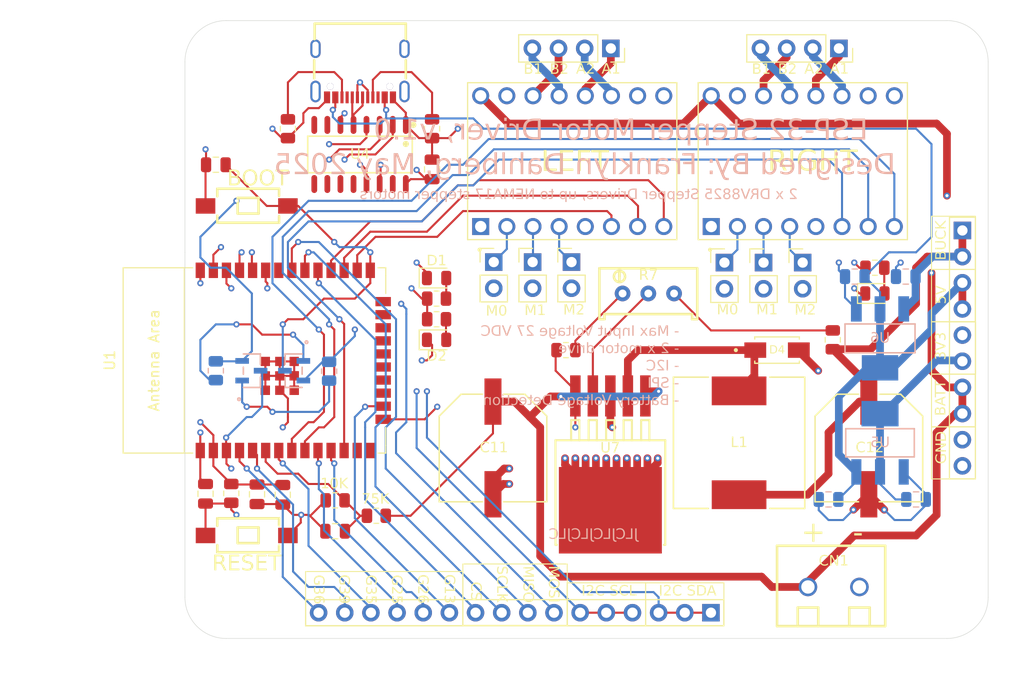
<source format=kicad_pcb>
(kicad_pcb (version 20241229) (generator "pcbnew") (generator_version "9.0")
  (layers (0 "F.Cu" signal) (4 "In1.Cu" power "GND") (6 "In2.Cu" power "3V3") (2 "B.Cu" signal) (13 "F.Paste" user) (15 "B.Paste" user) (5 "F.SilkS" user "F.Silkscreen") (7 "B.SilkS" user "B.Silkscreen") (1 "F.Mask" user) (3 "B.Mask" user) (25 "Edge.Cuts" user))
  (net 0 "")
  (net 1 "EN")
  (net 2 "GND")
  (net 3 "BOOT")
  (net 4 "Net-(U1-ADC2_CH7{slash}GPIO27)")
  (net 9 "Net-(U1-ADC2_CH0{slash}GPIO4)")
  (net 10 "Net-(U1-GPIO16)")
  (net 11 "Net-(U1-GPIO17)")
  (net 12 "+3V3")
  (net 13 "+5V")
  (net 14 "+8V")
  (net 15 "+BATT")
  (net 16 "CH340_TXO")
  (net 17 "Net-(D1-A)")
  (net 18 "CH340_RXI")
  (net 19 "Net-(D2-A)")
  (net 20 "Net-(D3-A)")
  (net 21 "/MCU_and_Peripherals/GPIO13")
  (net 22 "Net-(J5-Pin_1)")
  (net 23 "Net-(J6-Pin_1)")
  (net 24 "Net-(J7-Pin_1)")
  (net 25 "Net-(J8-Pin_1)")
  (net 26 "Net-(J9-Pin_1)")
  (net 27 "Net-(J10-Pin_1)")
  (net 28 "Net-(J12-Pin_1)")
  (net 29 "Net-(J12-Pin_2)")
  (net 30 "Net-(J12-Pin_3)")
  (net 31 "Net-(J12-Pin_4)")
  (net 32 "Net-(J13-Pin_1)")
  (net 33 "Net-(J13-Pin_2)")
  (net 34 "Net-(J13-Pin_3)")
  (net 35 "Net-(J13-Pin_4)")
  (net 36 "/MCU_and_Peripherals/GPIO32")
  (net 37 "/MCU_and_Peripherals/GPIO33")
  (net 41 "{slash}DTR")
  (net 42 "{slash}RTS")
  (net 47 "Net-(R5-Pad2)")
  (net 48 "Net-(R6-Pad1)")
  (net 49 "Net-(U7-FB)")
  (net 52 "Net-(USB1-CC1)")
  (net 53 "Net-(USB1-CC2)")
  (net 54 "Net-(U4-D+)")
  (net 55 "Net-(U4-D-)")
  (net 62 "Net-(U1-GPIO34{slash}ADC1_CH6)")
  (net 63 "/MCU_and_Peripherals/GPIO35")
  (net 64 "/MCU_and_Peripherals/GPIO36")
  (net 65 "/MCU_and_Peripherals/GPIO39")
  (net 66 "Net-(U7-OUT)")
  (net 67 "Net-(J14-Pin_1)")
  (net 68 "Net-(J14-Pin_4)")
  (net 69 "Net-(J14-Pin_7)")
  (net 70 "Net-(J14-Pin_8)")
  (net 71 "Net-(J14-Pin_9)")
  (net 72 "Net-(J14-Pin_10)")
  (net 73 "Net-(J14-Pin_12)")
  (net 74 "Net-(J14-Pin_13)")
  (net 75 "Net-(R12-Pad2)")
  (net 76 "Net-(R13-Pad2)")
  (footprint "Snap_EDA:IC_DRV8825_STEPPER_MOTOR_DRIVER_CARRIER" (layer "F.Cu") (at 149.61 75.65 90)
    (property "Reference" "U2" (hide yes))
    (property "Value" "DRV8825_0_Left" (hide yes))
  )
  (footprint "Resistor_SMD:R_0805_2012Metric" (layer "F.Cu") (at 174.9125 93 -90)
    (property "Reference" "R6")
    (property "Value" "1K")
  )
  (footprint "Connector_PinHeader_2.54mm:PinHeader_1x02_P2.54mm_Vertical" (layer "F.Cu") (at 145.765 85.45)
    (property "Reference" "J6" (hide yes))
    (property "Value" "DRV8825_0_M1" (hide yes))
  )
  (footprint "Connector_PinSocket_2.54mm:PinSocket_1x04_P2.54mm_Vertical" (layer "F.Cu") (at 175.51 64.7 -90)
    (property "Reference" "J13")
    (property "Value" "Right")
  )
  (footprint "LED_SMD:LED_0805_2012Metric" (layer "F.Cu") (at 179 88.5)
    (property "Reference" "D3")
    (property "Value" "LED")
  )
  (footprint "Resistor_SMD:R_0805_2012Metric" (layer "F.Cu") (at 179 86)
    (property "Reference" "R4")
    (property "Value" "1k")
  )
  (footprint "easyeda2kicad:CONN-TH_2P-P5.00_MX126-5.0-GN01-02P-CU-S-A" (layer "F.Cu") (at 175 117)
    (property "Reference" "CN1")
    (property "Value" "Battery Power")
  )
  (footprint "Connector_PinHeader_2.54mm:PinHeader_1x16_P2.54mm_Vertical" (layer "F.Cu") (at 163.08 119.5 -90)
    (property "Reference" "J14")
    (property "Value" "Conn_01x16")
  )
  (footprint "easyeda2kicad:SW-SMD_L6.0-W3.3-LS8.0" (layer "F.Cu") (at 118 112 180)
    (property "Reference" "RESET")
    (property "Value" "RESET")
  )
  (footprint "Snap_EDA:DIOM4325X250N" (layer "F.Cu") (at 169.5 94)
    (property "Reference" "D4")
    (property "Value" "TSSA5U50")
  )
  (footprint "MountingHole:MountingHole_2.5mm" (layer "F.Cu") (at 116 66)
    (property "Reference" "H1")
    (property "Value" "MountingHole")
  )
  (footprint "Connector_PinHeader_2.54mm:PinHeader_1x02_P2.54mm_Vertical" (layer "F.Cu") (at 168.19 85.5)
    (property "Reference" "J9" (hide yes))
    (property "Value" "DRV8825_1_M1" (hide yes))
  )
  (footprint "Resistor_SMD:R_0805_2012Metric" (layer "F.Cu") (at 130.5875 110.0875)
    (property "Reference" "R10")
    (property "Value" "75K")
  )
  (footprint "Connector_PinSocket_2.54mm:PinSocket_1x04_P2.54mm_Vertical" (layer "F.Cu") (at 153.36 64.7 -90)
    (property "Reference" "J12")
    (property "Value" "Left")
  )
  (footprint "Connector_PinHeader_2.54mm:PinHeader_1x10_P2.54mm_Vertical" (layer "F.Cu") (at 187.5 82.38)
    (property "Reference" "J11")
    (property "Value" "Conn_01x10")
  )
  (footprint "easyeda2kicad:RES-ADJ-TH_3P-L10.0-W10.0-P2.50-L" (layer "F.Cu") (at 157 88.5)
    (property "Reference" "R7")
    (property "Value" "10K Pot")
  )
  (footprint "Resistor_SMD:R_0805_2012Metric" (layer "F.Cu") (at 122 72.5 -90)
    (property "Reference" "R9")
    (property "Value" "5.1k")
  )
  (footprint "easyeda2kicad:CAP-SMD_BD10.0-L10.3-W10.3-LS11.3-FD" (layer "F.Cu") (at 178.4125 103.5 -90)
    (property "Reference" "C12")
    (property "Value" "220uF")
  )
  (footprint "Capacitor_SMD:C_0805_2012Metric" (layer "F.Cu") (at 121.5 108.05 -90)
    (property "Reference" "C2")
    (property "Value" "0.1uF")
  )
  (footprint "Connector_PinHeader_2.54mm:PinHeader_1x02_P2.54mm_Vertical" (layer "F.Cu") (at 149.54 85.45)
    (property "Reference" "J7" (hide yes))
    (property "Value" "DRV8825_0_M2" (hide yes))
  )
  (footprint "Resistor_SMD:R_0805_2012Metric" (layer "F.Cu") (at 126.5875 108.5875)
    (property "Reference" "R11")
    (property "Value" "10K")
  )
  (footprint "Capacitor_SMD:C_0805_2012Metric" (layer "F.Cu") (at 119 108 -90)
    (property "Reference" "C3")
    (property "Value" "10uF")
  )
  (footprint "Espressif:ESP32-WROOM-32E" (layer "F.Cu") (at 120.5 95 90)
    (property "Reference" "U1")
    (property "Value" "ESP32-WROOM-E")
  )
  (footprint "Resistor_SMD:R_0805_2012Metric" (layer "F.Cu") (at 136.4375 91)
    (property "Reference" "R3")
    (property "Value" "1k")
  )
  (footprint "Capacitor_SMD:C_0805_2012Metric" (layer "F.Cu") (at 136 76.45 90)
    (property "Reference" "C5")
    (property "Value" "0.1uF")
  )
  (footprint "Resistor_SMD:R_0805_2012Metric" (layer "F.Cu") (at 149 94)
    (property "Reference" "R5")
    (property "Value" "1K")
  )
  (footprint "Capacitor_SMD:C_0805_2012Metric" (layer "F.Cu") (at 126.5875 111.5875 180)
    (property "Reference" "C13")
    (property "Value" "0.1uF")
  )
  (footprint "easyeda2kicad:SOP-16_L10.0-W3.9-P1.27-LS6.0-BL" (layer "F.Cu") (at 129 75 180)
    (property "Reference" "U4")
    (property "Value" "CH340C")
  )
  (footprint "LED_SMD:LED_0805_2012Metric" (layer "F.Cu") (at 136.4375 93)
    (property "Reference" "D2")
    (property "Value" "LED")
  )
  (footprint "Connector_PinHeader_2.54mm:PinHeader_1x02_P2.54mm_Vertical" (layer "F.Cu") (at 171.99 85.5)
    (property "Reference" "J10" (hide yes))
    (property "Value" "DRV8825_1_M2" (hide yes))
  )
  (footprint "Snap_EDA:IND_BOURNS_SRR1210" (layer "F.Cu") (at 165.8125 103 -90)
    (property "Reference" "L1")
    (property "Value" "100uH" (hide yes))
  )
  (footprint "Snap_EDA:IC_DRV8825_STEPPER_MOTOR_DRIVER_CARRIER" (layer "F.Cu") (at 172 75.65 90)
    (property "Reference" "U3" (hide yes))
    (property "Value" "DRV8825_1_Right" (hide yes))
  )
  (footprint "easyeda2kicad:USB-C-SMD_TYPE-C16PIN" (layer "F.Cu") (at 129 67.095 180)
    (property "Reference" "USB1" (hide yes))
    (property "Value" "TYPE-C16PIN" (hide yes))
  )
  (footprint "Connector_PinHeader_2.54mm:PinHeader_1x02_P2.54mm_Vertical" (layer "F.Cu") (at 164.39 85.5)
    (property "Reference" "J8" (hide yes))
    (property "Value" "DRV8825_1_M0" (hide yes))
  )
  (footprint "easyeda2kicad:SW-SMD_L6.0-W3.3-LS8.0" (layer "F.Cu") (at 118 80 180)
    (property "Reference" "BOOT")
    (property "Value" "BOOT")
  )
  (footprint "Connector_PinHeader_2.54mm:PinHeader_1x02_P2.54mm_Vertical" (layer "F.Cu") (at 141.99 85.45)
    (property "Reference" "J5" (hide yes))
    (property "Value" "DRV8825_0_M0" (hide yes))
  )
  (footprint "MountingHole:MountingHole_2.5mm" (layer "F.Cu") (at 186 66)
    (property "Reference" "H3")
    (property "Value" "MountingHole")
  )
  (footprint "Resistor_SMD:R_0805_2012Metric" (layer "F.Cu") (at 136.4375 89)
    (property "Reference" "R2")
    (property "Value" "1k")
  )
  (footprint "LED_SMD:LED_0805_2012Metric" (layer "F.Cu") (at 136.4375 87)
    (property "Reference" "D1")
    (property "Value" "LED")
  )
  (footprint "Capacitor_SMD:C_0805_2012Metric" (layer "F.Cu") (at 114 107.95 90)
    (property "Reference" "C1")
    (property "Value" "0.1uF")
  )
  (footprint "easyeda2kicad:TO-263-5_L10.0-W8.4-P1.70-LS15.3-BR" (layer "F.Cu") (at 153.3125 104 90)
    (property "Reference" "U7")
    (property "Value" "LM2596S-ADJ_C5174629")
  )
  (footprint "MountingHole:MountingHole_2.5mm" (layer "F.Cu") (at 186 118)
    (property "Reference" "H4")
    (property "Value" "MountingHole")
  )
  (footprint "Capacitor_SMD:C_0805_2012Metric" (layer "F.Cu") (at 115 76 180)
    (property "Reference" "C4")
    (property "Value" "0.1uF")
  )
  (footprint "easyeda2kicad:CAP-SMD_BD10.0-L10.3-W10.3-LS11.3-FD" (layer "F.Cu") (at 141.9125 103.5 -90)
    (property "Reference" "C11")
    (property "Value" "220uF")
  )
  (footprint "Resistor_SMD:R_0805_2012Metric" (layer "F.Cu") (at 116.5 107.9125 -90)
    (property "Reference" "R1")
    (property "Value" "10K")
  )
  (footprint "MountingHole:MountingHole_2.5mm" (layer "F.Cu") (at 116 118)
    (property "Reference" "H2")
    (property "Value" "MountingHole")
  )
  (footprint "Resistor_SMD:R_0805_2012Metric" (layer "F.Cu") (at 136 72.5 90)
    (property "Reference" "R8")
    (property "Value" "5.1k")
  )
  (footprint "Capacitor_SMD:C_0805_2012Metric" (layer "B.Cu") (at 183 108.5)
    (property "Reference" "C8")
    (property "Value" "22uF")
  )
  (footprint "Capacitor_SMD:C_0805_2012Metric" (layer "B.Cu") (at 174.5 108.5 180)
    (property "Reference" "C10")
    (property "Value" "10uF")
  )
  (footprint "Capacitor_SMD:C_0805_2012Metric" (layer "B.Cu") (at 177.05 86.86 180)
    (property "Reference" "C7")
    (property "Value" "10uF")
  )
  (footprint "Resistor_SMD:R_0805_2012Metric" (layer "B.Cu") (at 126 96.0475 -90)
    (property "Reference" "R12")
    (property "Value" "10K")
  )
  (footprint "Resistor_SMD:R_0805_2012Metric" (layer "B.Cu") (at 115 96 -90)
    (property "Reference" "R13")
    (property "Value" "10K")
  )
  (footprint "Snap_EDA:SOT23_FAS" (layer "B.Cu") (at 122.5548 96 -90)
    (property "Reference" "U9")
    (property "Value" "MMBT2222A")
  )
  (footprint "easyeda2kicad:SOT-223_L6.5-W3.5-P2.30-LS7.0-BR" (layer "B.Cu") (at 179.5 92.86 90)
    (property "Reference" "U6")
    (property "Value" "SSP1117-5.0V")
  )
  (footprint "easyeda2kicad:SOT-223-4_L6.5-W3.5-P2.30-LS7.0-BR" (layer "B.Cu") (at 179.5 103 -90)
    (property "Reference" "U5")
    (property "Value" "AMS1117-3.3_C347222")
  )
  (footprint "Capacitor_SMD:C_0805_2012Metric" (layer "B.Cu") (at 182 86.86 180)
    (property "Reference" "C9")
    (property "Value" "10uF")
  )
  (footprint "Snap_EDA:SOT23_FAS" (layer "B.Cu") (at 118.5 96 90)
    (property "Reference" "U8")
    (property "Value" "MMBT2222A")
  )
  (gr_line (start 149.124226 118.231724) (end 149.125601 120.764522) (stroke (width 0.1)) (layer "F.SilkS"))
  (gr_line (start 186.275853 101.451718) (end 188.754021 101.451718) (stroke (width 0.1)) (layer "F.SilkS"))
  (gr_line (start 186.254407 86.165139) (end 188.765379 86.165139) (stroke (width 0.1)) (layer "F.SilkS"))
  (gr_rect (start 149.125601 116.598419) (end 156.734985 120.764522) (stroke (width 0.1)) (fill no) (layer "F.SilkS"))
  (gr_rect (start 138.986784 114.767849) (end 149.125827 120.731272) (stroke (width 0.1)) (fill no) (layer "F.SilkS"))
  (gr_rect (start 184.5 101.451718) (end 188.764347 106.506941) (stroke (width 0.1)) (fill no) (layer "F.SilkS"))
  (gr_line (start 186.241345 91.245938) (end 188.753728 91.245938) (stroke (width 0.1)) (layer "F.SilkS"))
  (gr_rect (start 184.5 81) (end 188.765379 86.165139) (stroke (width 0.1)) (fill no) (layer "F.SilkS"))
  (gr_line (start 156.740357 118.246264) (end 156.740357 120.769814) (stroke (width 0.1)) (layer "F.SilkS"))
  (gr_rect (start 184.5 91.245938) (end 188.779308 96.331015) (stroke (width 0.1)) (fill no) (layer "F.SilkS"))
  (gr_rect (start 184.5 96.331015) (end 188.754021 101.451718) (stroke (width 0.1)) (fill no) (layer "F.SilkS"))
  (gr_rect (start 123.715993 115.5) (end 139 120.768083) (stroke (width 0.1)) (fill no) (layer "F.SilkS"))
  (gr_line (start 138.9887 118.232695) (end 138.986784 120.731272) (stroke (width 0.1)) (layer "F.SilkS"))
  (gr_line (start 186.275853 96.331015) (end 188.779308 96.331015) (stroke (width 0.1)) (layer "F.SilkS"))
  (gr_rect (start 184.5 86.165139) (end 188.753728 91.245938) (stroke (width 0.1)) (fill no) (layer "F.SilkS"))
  (gr_rect (start 156.734985 116.598419) (end 164.339207 120.764553) (stroke (width 0.1)) (fill no) (layer "F.SilkS"))
  (gr_line (start 190 66) (end 190 118) (stroke (width 0.05)) (layer "Edge.Cuts"))
  (gr_arc (start 186 62) (mid 188.828427 63.171573) (end 190 66) (stroke (width 0.05)) (layer "Edge.Cuts"))
  (gr_arc (start 116 122) (mid 113.171573 120.828427) (end 112 118) (stroke (width 0.05)) (layer "Edge.Cuts"))
  (gr_line (start 116 122) (end 186 122) (stroke (width 0.05)) (layer "Edge.Cuts"))
  (gr_arc (start 190 118) (mid 188.828427 120.828427) (end 186 122) (stroke (width 0.05)) (layer "Edge.Cuts"))
  (gr_line (start 112 84.5) (end 112 118) (stroke (width 0.05)) (layer "Edge.Cuts"))
  (gr_line (start 112 84.5) (end 112 66) (stroke (width 0.05)) (layer "Edge.Cuts"))
  (gr_line (start 116 62) (end 186 62) (stroke (width 0.05)) (layer "Edge.Cuts"))
  (gr_arc (start 112 66) (mid 113.171573 63.171573) (end 116 62) (stroke (width 0.05)) (layer "Edge.Cuts"))
  (gr_text "G36" (at 124.368774 115.809383 270) (layer "F.SilkS") (effects (font (size 1 1) (thickness 0.1)) (justify left bottom)))
  (gr_text "MOSI" (at 147.182069 114.924408 -90) (layer "F.SilkS") (effects (font (size 1 1) (thickness 0.1)) (justify left bottom)))
  (gr_text "A1" (at 153.381246 66.731801 0) (layer "F.SilkS") (effects (font (size 1 1))))
  (gr_text "BUCK" (at 186.043106 85.280656 90) (layer "F.SilkS") (effects (font (size 1 1) (thickness 0.1)) (justify left bottom)))
  (gr_text "BATT" (at 186.010536 100.397546 90) (layer "F.SilkS") (effects (font (size 1 1) (thickness 0.1)) (justify left bottom)))
  (gr_text "MISO" (at 144.705925 114.942615 270) (layer "F.SilkS") (effects (font (size 1 1) (thickness 0.1)) (justify left bottom)))
  (gr_text "B1" (at 167.968964 66.752874 0) (layer "F.SilkS") (effects (font (size 1 1))))
  (gr_text "A1" (at 175.544654 66.731801 0) (layer "F.SilkS") (effects (font (size 1 1))))
  (gr_text "G13" (at 137.060073 115.758463 270) (layer "F.SilkS") (effects (font (size 1 1) (thickness 0.1)) (justify left bottom)))
  (gr_text "GND" (at 186.0673 105.071083 90) (layer "F.SilkS") (effects (font (size 1 1) (thickness 0.1)) (justify left bottom)))
  (gr_text "B1" (at 145.805556 66.752874 0) (layer "F.SilkS") (effects (font (size 1 1))))
  (gr_text "G25" (at 131.947564 115.810899 270) (layer "F.SilkS") (effects (font (size 1 1) (thickness 0.1)) (justify left bottom)))
  (gr_text "M2\n" (at 171.190613 90.715971 0) (layer "F.SilkS") (effects (font (size 1 1) (thickness 0.1)) (justify left bottom)))
  (gr_text "G26" (at 134.480472 115.765879 270) (layer "F.SilkS") (effects (font (size 1 1) (thickness 0.1)) (justify left bottom)))
  (gr_text "I2C SCL" (at 150.5 118 0) (layer "F.SilkS") (effects (font (size 1 1) (thickness 0.1)) (justify left bottom)))
  (gr_text "M2\n" (at 148.728156 90.708688 0) (layer "F.SilkS") (effects (font (size 1 1) (thickness 0.1)) (justify left bottom)))
  (gr_text "+" (at 171.851328 112.953791 0) (layer "F.SilkS") (effects (font (size 2 2) (thickness 0.1)) (justify left bottom)))
  (gr_text "G35" (at 129.430636 115.810899 270) (layer "F.SilkS") (effects (font (size 1 1) (thickness 0.1)) (justify left bottom)))
  (gr_text "CS" (at 139.626187 116.490205 270) (layer "F.SilkS") (effects (font (size 1 1) (thickness 0.1)) (justify left bottom)))
  (gr_text "A2" (at 150.905186 66.731801 0) (layer "F.SilkS") (effects (font (size 1 1))))
  (gr_text "G39" (at 126.835054 115.784681 270) (layer "F.SilkS") (effects (font (size 1 1) (thickness 0.1)) (justify left bottom)))
  (gr_text "B2" (at 170.508243 66.752874 0) (layer "F.SilkS") (effects (font (size 1 1))))
  (gr_text "10K" (at 126.5 107 0) (layer "F.SilkS") (effects (font (size 1 1))))
  (gr_text "3V3" (at 186.023603 94.977153 90) (layer "F.SilkS") (effects (font (size 1 1) (thickness 0.1)) (justify left bottom)))
  (gr_text "SCLK" (at 142.156952 114.942615 270) (layer "F.SilkS") (effects (font (size 1 1) (thickness 0.1)) (justify left bottom)))
  (gr_text "-" (at 176.854596 112.997488 0) (layer "F.SilkS") (effects (font (size 2 2) (thickness 0.1)) (justify left bottom)))
  (gr_text "I2C SDA" (at 158 118 0) (layer "F.SilkS") (effects (font (size 1 1) (thickness 0.1)) (justify left bottom)))
  (gr_text "M0" (at 163.639138 90.69655 0) (layer "F.SilkS") (effects (font (size 1 1) (thickness 0.1)) (justify left bottom)))
  (gr_text "A2" (at 173.068594 66.731801 0) (layer "F.SilkS") (effects (font (size 1 1))))
  (gr_text "B2" (at 148.344835 66.752874 0) (layer "F.SilkS") (effects (font (size 1 1))))
  (gr_text "M0" (at 141.208688 90.81793 0) (layer "F.SilkS") (effects (font (size 1 1) (thickness 0.1)) (justify left bottom)))
  (gr_text "M1\n" (at 167.476396 90.694123 0) (layer "F.SilkS") (effects (font (size 1 1) (thickness 0.1)) (justify left bottom)))
  (gr_text "RIGHT" (at 168.580296 76.901305 0) (layer "F.SilkS") (effects (font (size 2 2) (thickness 0.1)) (justify left bottom)))
  (gr_text "75K" (at 130.5 108.5 0) (layer "F.SilkS") (effects (font (size 1 1))))
  (gr_text "5V" (at 186.052682 89.545027 90) (layer "F.SilkS") (effects (font (size 1 1) (thickness 0.1)) (justify left bottom)))
  (gr_text "M1\n" (at 144.959319 90.763309 0) (layer "F.SilkS") (effects (font (size 1 1) (thickness 0.1)) (justify left bottom)))
  (gr_text "LEFT" (at 146.569761 76.939059 0) (layer "F.SilkS") (effects (font (size 2 2) (thickness 0.1)) (justify left bottom)))
  (gr_text "- Max Input Voltage 27 VDC\n- 2 x motor drive \n- I2C \n- SPI \n- Battery Voltage Detection" (at 160 99.5 0) (layer "B.SilkS") (effects (font (size 1 1) (thickness 0.1)) (justify left bottom mirror)))
  (gr_text "   ESP-32 Stepper Motor Driver, v1.0\nDesigned By: Franklyn Dahlberg, May 2025\n" (at 181 77.250367 0) (layer "B.SilkS") (effects (font (size 2 2) (thickness 0.1)) (justify left bottom mirror)))
  (gr_text "2 x DRV8825 Stepper Drivers, up to NEMA17 stepper motors" (at 171.5 79.5 0) (layer "B.SilkS") (effects (font (size 1 1) (thickness 0.1)) (justify left bottom mirror)))
  (gr_text "JLCJLCJLCJLC" (at 156 112.5 0) (layer "B.SilkS") (effects (font (size 1 1) (thickness 0.1)) (justify left bottom mirror)))
  (segment (start 116 102.5) (end 116 103) (width 0.2) (layer "F.Cu") (net 1))
  (segment (start 116.5 109.5) (end 116.5 108.825) (width 0.2) (layer "F.Cu") (net 1))
  (segment (start 116.03 105.03) (end 116.5 105.5) (width 0.2) (layer "F.Cu") (net 1))
  (segment (start 115.925 108.9) (end 116 108.825) (width 0.2) (layer "F.Cu") (net 1))
  (segment (start 117 110) (end 116.5 109.5) (width 0.2) (layer "F.Cu") (net 1))
  (segment (start 116.425 108.9) (end 116.5 108.825) (width 0.2) (layer "F.Cu") (net 1))
  (segment (start 114 108.9) (end 116.425 108.9) (width 0.2) (layer "F.Cu") (net 1))
  (segment (start 116.03 103.75) (end 116.03 105.03) (width 0.2) (layer "F.Cu") (net 1))
  (segment (start 114 112) (end 114 108.9) (width 0.2) (layer "F.Cu") (net 1))
  (via (at 116 102.5) (size 0.6) (drill 0.3) (layers "F.Cu" "B.Cu") (net 1))
  (via (at 116.5 105.5) (size 0.6) (drill 0.3) (layers "F.Cu" "B.Cu") (net 1))
  (via (at 117 110) (size 0.6) (drill 0.3) (layers "F.Cu" "B.Cu") (net 1))
  (segment (start 116 102.5) (end 118 100.5) (width 0.2) (layer "B.Cu") (net 1))
  (segment (start 119.5 99.5) (end 119.5 96) (width 0.2) (layer "B.Cu") (net 1))
  (segment (start 118 100.5) (end 118.5 100.5) (width 0.2) (layer "B.Cu") (net 1))
  (segment (start 118.5 100.5) (end 119.5 99.5) (width 0.2) (layer "B.Cu") (net 1))
  (segment (start 153.3125 109.55) (end 153.3125 107.1) (width 0.2) (layer "F.Cu") (net 2))
  (segment (start 113.49 103.75) (end 113.49 106.49) (width 0.2) (layer "F.Cu") (net 2))
  (segment (start 153.3125 98.45) (end 153.3125 101.3125) (width 0.75) (layer "F.Cu") (net 2))
  (segment (start 121.4125 73.4125) (end 120.5 72.5) (width 0.2) (layer "F.Cu") (net 2))
  (segment (start 143.5 105.5) (end 143 105.5) (width 0.75) (layer "F.Cu") (net 2))
  (segment (start 119 108.95) (end 121.45 108.95) (width 0.2) (layer "F.Cu") (net 2))
  (segment (start 142.9125 107) (end 141.9125 108) (width 0.75) (layer "F.Cu") (net 2))
  (segment (start 113.49 103.75) (end 113.49 102.01) (width 0.2) (layer "F.Cu") (net 2))
  (segment (start 123.5 71.9125) (end 122 73.4125) (width 0.2) (layer "F.Cu") (net 2))
  (segment (start 178.4125 108) (end 179.9125 109.5) (width 0.75) (layer "F.Cu") (net 2))
  (segment (start 125 70.5) (end 124 70.5) (width 0.2) (layer "F.Cu") (net 2))
  (segment (start 149.9125 98.45) (end 149.9125 101.5) (width 0.2) (layer "F.Cu") (net 2))
  (segment (start 122 101) (end 121.5 101.5) (width 0.2) (layer "F.Cu") (net 2))
  (segment (start 124 70.5) (end 123.5 71) (width 0.2) (layer "F.Cu") (net 2))
  (segment (start 135.28 100.72) (end 136.5 99.5) (width 0.2) (layer "F.Cu") (net 2))
  (segment (start 153.3125 109.55) (end 153.3125 109.1) (width 0.2) (layer "F.Cu") (net 2))
  (segment (start 148 94.0875) (end 148 96) (width 0.2) (layer "F.Cu") (net 2))
  (segment (start 113.49 86.25) (end 113.5 86.26) (width 0.2) (layer "F.Cu") (net 2))
  (segment (start 149.9125 104.5) (end 149.9125 106.15) (width 0.75) (layer "F.Cu") (net 2))
  (segment (start 114 76.05) (end 114.05 76) (width 0.2) (layer "F.Cu") (net 2))
  (segment (start 122.5 110) (end 123.28625 110) (width 0.2) (layer "F.Cu") (net 2))
  (segment (start 136 73.4125) (end 137.5875 73.4125) (width 0.2) (layer "F.Cu") (net 2))
  (segment (start 113.5 86.26) (end 113.5 87.5) (width 0.2) (layer "F.Cu") (net 2))
  (segment (start 123.25 110.03625) (end 123.25 110.75) (width 0.2) (layer "F.Cu") (net 2))
  (segment (start 113.49 102.01) (end 113.5 102) (width 0.2) (layer "F.Cu") (net 2))
  (segment (start 123.292828 110) (end 123.289539 109.996711) (width 0.2) (layer "F.Cu") (net 2))
  (segment (start 154.9125 107.95) (end 153.3125 109.55) (width 0.75) (layer "F.Cu") (net 2))
  (segment (start 123.289539 109.996711) (end 123.25 110.03625) (width 0.2) (layer "F.Cu") (net 2))
  (segment (start 141.9125 108) (end 142.5 108) (width 0.2) (layer "F.Cu") (net 2))
  (segment (start 119.81 95.1) (end 119.81 97.9) (width 0.2) (layer "F.Cu") (net 2))
  (segment (start 153.3125 109.55) (end 153.3125 106.9) (width 0.2) (layer "F.Cu") (net 2))
  (segment (start 123.28625 110) (end 123.289539 109.996711) (width 0.2) (layer "F.Cu") (net 2))
  (segment (start 151.9125 104.5) (end 151.9125 108.15) (width 0.75) (layer "F.Cu") (net 2))
  (segment (start 155.9125 106.95) (end 153.3125 109.55) (width 0.75) (layer "F.Cu") (net 2))
  (segment (start 154.9125 104.5) (end 154.9125 107.95) (width 0.75) (layer "F.Cu") (net 2))
  (segment (start 125.675 108.5875) (end 124.2625 110) (width 0.2) (layer "F.Cu") (net 2))
  (segment (start 148 96) (end 149.9125 97.9125) (width 0.2) (layer "F.Cu") (net 2))
  (segment (start 137.5875 73.4125) (end 138.5 72.5) (width 0.2) (layer "F.Cu") (net 2))
  (segment (start 153.9125 108.95) (end 153.3125 109.55) (width 0.75) (layer "F.Cu") (net 2))
  (segment (start 125.6375 111.5875) (end 125.6375 111.1375) (width 0.2) (layer "F.Cu") (net 2))
  (segment (start 122 100.5) (end 122 101) (width 0.2) (layer "F.Cu") (net 2))
  (segment (start 121.45 108.95) (end 121.5 109) (width 0.2) (layer "F.Cu") (net 2))
  (segment (start 141.9125 107.0875) (end 141.9125 108) (width 0.2) (layer "F.Cu") (net 2))
  (segment (start 155.9125 104.5) (end 155.9125 106.95) (width 0.75) (layer "F.Cu") (net 2))
  (segment (start 131.25 100.72) (end 135.28 100.72) (width 0.2) (layer "F.Cu") (net 2))
  (segment (start 119.81 95.1) (end 122.61 95.1) (width 0.2) (layer "F.Cu") (net 2))
  (segment (start 114.05 74.55) (end 114 74.5) (width 0.2) (layer "F.Cu") (net 2))
  (segment (start 143 105.5) (end 142 106.5) (width 0.75) (layer "F.Cu") (net 2))
  (segment (start 153.3125 109.55) (end 153.3125 107.9) (width 0.2) (layer "F.Cu") (net 2))
  (segment (start 125.6375 111.5875) (end 124.05 110) (width 0.2) (layer "F.Cu") (net 2))
  (segment (start 148.0875 94) (end 148 94.0875) (width 0.2) (layer "F.Cu") (net 2))
  (segment (start 121.21 95.1) (end 121.21 97.9) (width 0.2) (layer "F.Cu") (net 2))
  (segment (start 114 80) (end 114 76.05) (width 0.2) (layer "F.Cu") (net 2))
  (segment (start 121.21 97.9) (end 121.21 98.21) (width 0.2) (layer "F.Cu") (net 2))
  (segment (start 121.5 109) (end 122.5 110) (width 0.2) (layer "F.Cu") (net 2))
  (segment (start 122 98.69) (end 122 100.5) (width 0.2) (layer "F.Cu") (net 2))
  (segment (start 132.2 69.455) (end 132.2 69.7) (width 0.2) (layer "F.Cu") (net 2))
  (segment (start 178.0625 88.5) (end 177.5 88.5) (width 0.2) (layer "F.Cu") (net 2))
  (segment (start 148.9125 104.5) (end 148.9125 105.15) (width 0.75) (layer "F.Cu") (net 2))
  (segment (start 134.7325 73.4125) (end 136 73.4125) (width 0.2) (layer "F.Cu") (net 2))
  (segment (start 149.9125 106.15) (end 153.3125 109.55) (width 0.75) (layer "F.Cu") (net 2))
  (segment (start 171.615 94) (end 171.615 94.115) (width 0.75) (layer "F.Cu") (net 2))
  (segment (start 153.3125 109.55) (end 153.3125 108.1) (width 0.2) (layer "F.Cu") (net 2))
  (segment (start 153.3125 109.55) (end 153.3125 105.9) (width 0.2) (layer "F.Cu") (net 2))
  (segment (start 151.9125 108.15) (end 153.3125 109.55) (width 0.75) (layer "F.Cu") (net 2))
  (segment (start 136 75.5) (end 136 73.4125) (width 0.2) (layer "F.Cu") (net 2))
  (segment (start 133.45 72.13) (end 133.45 72.45) (width 0.2) (layer "F.Cu") (net 2))
  (segment (start 133.45 72.13) (end 134.7325 73.4125) (width 0.2) (layer "F.Cu") (net 2))
  (segment (start 178.4125 108) (end 176.9125 109.5) (width 0.75) (layer "F.Cu") (net 2))
  (segment (start 143.5 107) (end 142.9125 107) (width 0.75) (layer "F.Cu") (net 2))
  (segment (start 122 112) (end 123.25 110.75) (width 0.2) (layer "F.Cu") (net 2))
  (segment (start 148.9125 105.15) (end 153.3125 109.55) (width 0.75) (layer "F.Cu") (net 2))
  (segment (start 157.9125 104.5) (end 157.9125 104.95) (width 0.75) (layer "F.Cu") (net 2))
  (segment (start 132.2 69.7) (end 133.45 70.95) (width 0.2) (layer "F.Cu") (net 2))
  (segment (start 121.21 97.9) (end 122 98.69) (width 0.2) (layer "F.Cu") (net 2))
  (segment (start 156.9125 105.95) (end 153.3125 109.55) (width 0.75) (layer "F.Cu") (net 2))
  (segment (start 125.675 108.5875) (end 125.675 109) (width 0.2) (layer "F.Cu") (net 2))
  (segment (start 156.9125 104.5) (end 156.9125 105.95) (width 0.75) (layer "F.Cu") (net 2))
  (segment (start 153.3125 109.55) (end 153.3125 108.9) (width 0.2) (layer "F.Cu") (net 2))
  (segment (start 152.9125 109.15) (end 153.3125 109.55) (width 0.75) (layer "F.Cu") (net 2))
  (segment (start 124.05 110) (end 123.292828 110) (width 0.2) (layer "F.Cu") (net 2))
  (segment (start 122 73.4125) (end 121.4125 73.4125) (width 0.2) (layer "F.Cu") (net 2))
  (segment (start 150.9125 104.5) (end 150.9125 107.15) (width 0.75) (layer "F.Cu") (net 2))
  (segment (start 177.5 88.5) (end 177 88) (width 0.2) (layer "F.Cu") (net 2))
  (segment (start 150.9125 107.15) (end 153.3125 109.55) (width 0.75) (layer "F.Cu") (net 2))
  (segment (start 152.9125 104.5) (end 152.9125 109.15) (width 0.75) (layer "F.Cu") (net 2))
  (segment (start 153.3125 109.55) (end 153.3125 106.1) (width 0.2) (layer "F.Cu") (net 2))
  (segment (start 123.5 71) (end 123.5 71.9125) (width 0.2) (layer "F.Cu") (net 2))
  (segment (start 149.9125 97.9125) (end 149.9125 98.45) (width 0.2) (layer "F.Cu") (net 2))
  (segment (start 113.49 106.49) (end 114 107) (width 0.2) (layer "F.Cu") (net 2))
  (segment (start 114.05 76) (end 114.05 74.55) (width 0.2) (layer "F.Cu") (net 2))
  (segment (start 133.45 70.95) (end 133.45 72.13) (width 0.2) (layer "F.Cu") (net 2))
  (segment (start 171.615 94.115) (end 173.5 96) (width 0.75) (layer "F.Cu") (net 2))
  (segment (start 153.3125 101.3125) (end 153.5 101.5) (width 0.75) (layer "F.Cu") (net 2))
  (segment (start 119.81 96.5) (end 122.61 96.5) (width 0.2) (layer "F.Cu") (net 2))
  (segment (start 114.1 74.4) (end 114 74.5) (width 0.2) (layer "F.Cu") (net 2))
  (segment (start 122.61 95.1) (end 122.61 97.9) (width 0.2) (layer "F.Cu") (net 2))
  (segment (start 157.9125 104.95) (end 153.3125 109.55) (width 0.75) (layer "F.Cu") (net 2))
  (segment (start 125.8 69.455) (end 125.8 69.7) (width 0.2) (layer "F.Cu") (net 2))
  (segment (start 125.8 69.7) (end 125 70.5) (width 0.2) (layer "F.Cu") (net 2))
  (segment (start 153.9125 104.5) (end 153.9125 108.95) (width 0.75) (layer "F.Cu") (net 2))
  (via (at 151.9125 104.5) (size 0.6) (drill 0.3) (layers "F.Cu" "B.Cu") (net 2))
  (via (at 150.9125 104.5) (size 0.6) (drill 0.3) (layers "F.Cu" "B.Cu") (net 2))
  (via (at 149.9125 104.5) (size 0.6) (drill 0.3) (layers "F.Cu" "B.Cu") (net 2))
  (via (at 120.5 72.5) (size 0.6) (drill 0.3) (layers "F.Cu" "B.Cu") (net 2))
  (via (at 154.9125 104.5) (size 0.6) (drill 0.3) (layers "F.Cu" "B.Cu") (net 2))
  (via (at 114 74.5) (size 0.6) (drill 0.3) (layers "F.Cu" "B.Cu") (net 2))
  (via (at 156.9125 104.5) (size 0.6) (drill 0.3) (layers "F.Cu" "B.Cu") (net 2))
  (via (at 143.5 107) (size 0.6) (drill 0.3) (layers "F.Cu" "B.Cu") (net 2))
  (via (at 123.289539 109.996711) (size 0.6) (drill 0.3) (layers "F.Cu" "B.Cu") (net 2))
  (via (at 179.9125 109.5) (size 0.6) (drill 0.3) (layers "F.Cu" "B.Cu") (net 2))
  (via (at 121.5 101.5) (size 0.6) (drill 0.3) (layers "F.Cu" "B.Cu") (net 2))
  (via (at 173.5 96) (size 0.6) (drill 0.3) (layers "F.Cu" "B.Cu") (net 2))
  (via (at 181.5 85.5) (size 0.6) (drill 0.3) (layers "F.Cu" "B.Cu") (net 2))
  (via (at 143.5 105.5) (size 0.6) (drill 0.3) (layers "F.Cu" "B.Cu") (net 2))
  (via (at 149.9125 101.5) (size 0.6) (drill 0.3) (layers "F.Cu" "B.Cu") (net 2))
  (via (at 152.9125 104.5) (size 0.6) (drill 0.3) (layers "F.Cu" "B.Cu") (net 2))
  (via (at 113.5 102) (size 0.6) (drill 0.3) (layers "F.Cu" "B.Cu") (net 2))
  (via (at 113.5 87.5) (size 0.6) (drill 0.3) (layers "F.Cu" "B.Cu") (net 2))
  (via (at 157.9125 104.5) (size 0.6) (drill 0.3) (layers "F.Cu" "B.Cu") (net 2))
  (via (at 153.5 101.5) (size 0.6) (drill 0.3) (layers "F.Cu" "B.Cu") (net 2))
  (via (at 176.9125 109.5) (size 0.6) (drill 0.3) (layers "F.Cu" "B.Cu") (net 2))
  (via (at 138.5 72.5) (size 0.6) (drill 0.3) (layers "F.Cu" "B.Cu") (net 2))
  (via (at 175.5 85.5) (size 0.6) (drill 0.3) (layers "F.Cu" "B.Cu") (net 2))
  (via (at 155.9125 104.5) (size 0.6) (drill 0.3) (layers "F.Cu" "B.Cu") (net 2))
  (via (at 136.5 99.5) (size 0.6) (drill 0.3) (layers "F.Cu" "B.Cu") (net 2))
  (via (at 148.9125 104.5) (size 0.6) (drill 0.3) (layers "F.Cu" "B.Cu") (net 2))
  (via (at 177 88) (size 0.6) (drill 0.3) (layers "F.Cu" "B.Cu") (net 2))
  (via (at 153.9125 104.5) (size 0.6) (drill 0.3) (layers "F.Cu" "B.Cu") (net 2))
  (segment (start 181.05 86.86) (end 181.05 85.95) (width 0.2) (layer "B.Cu") (net 2))
  (segment (start 175.5 86.26) (end 175.5 85.5) (width 0.2) (layer "B.Cu") (net 2))
  (segment (start 176.1 86.86) (end 175.5 86.26) (width 0.2) (layer "B.Cu") (net 2))
  (segment (start 183.95 108.5) (end 183.95 109.05) (width 0.2) (layer "B.Cu") (net 2))
  (segment (start 175.9125 110.5) (end 176.9125 109.5) (width 0.2) (layer "B.Cu") (net 2))
  (segment (start 183.95 108.5) (end 183.95 107.98) (width 0.2) (layer "B.Cu") (net 2))
  (segment (start 174.5 110.5) (end 175.9125 110.5) (width 0.2) (layer "B.Cu") (net 2))
  (segment (start 183.95 107.98) (end 181.8 105.83) (width 0.2) (layer "B.Cu") (net 2))
  (segment (start 180.9125 110.5) (end 179.9125 109.5) (width 0.2) (layer "B.Cu") (net 2))
  (segment (start 183.95 109.05) (end 182.5 110.5) (width 0.2) (layer "B.Cu") (net 2))
  (segment (start 176.1 88.9) (end 177.2 90) (width 0.2) (layer "B.Cu") (net 2))
  (segment (start 181.05 85.95) (end 181.5 85.5) (width 0.2) (layer "B.Cu") (net 2))
  (segment (start 182.5 110.5) (end 180.9125 110.5) (width 0.2) (layer "B.Cu") (net 2))
  (segment (start 173.55 108.5) (end 173.55 109.55) (width 0.2) (layer "B.Cu") (net 2))
  (segment (start 176.1 86.86) (end 176.1 88.9) (width 0.2) (layer "B.Cu") (net 2))
  (segment (start 173.55 109.55) (end 174.5 110.5) (width 0.2) (layer "B.Cu") (net 2))
  (segment (start 130 84.5) (end 130 86.25) (width 0.2) (layer "F.Cu") (net 3))
  (segment (start 128.5 89) (end 130 87.5) (width 0.2) (layer "F.Cu") (net 3))
  (segment (start 122 80) (end 123 80) (width 0.2) (layer "F.Cu") (net 3))
  (segment (start 125.5 89) (end 128.5 89) (width 0.2) (layer "F.Cu") (net 3))
  (segment (start 123 80) (end 126.5 83.5) (width 0.2) (layer "F.Cu") (net 3))
  (segment (start 130 87.5) (end 130 86.25) (width 0.2) (layer "F.Cu") (net 3))
  (segment (start 119.95 80) (end 122 80) (width 0.2) (layer "F.Cu") (net 3))
  (segment (start 122 91) (end 121.5 91.5) (width 0.2) (layer "F.Cu") (net 3))
  (segment (start 125.5 89) (end 123.5 91) (width 0.2) (layer "F.Cu") (net 3))
  (segment (start 115.95 76) (end 119.95 80) (width 0.2) (layer "F.Cu") (net 3))
  (segment (start 123.5 91) (end 122 91) (width 0.2) (layer "F.Cu") (net 3))
  (via (at 121.5 91.5) (size 0.6) (drill 0.3) (layers "F.Cu" "B.Cu") (net 3))
  (via (at 130 84.5) (size 0.6) (drill 0.3) (layers "F.Cu" "B.Cu") (net 3))
  (via (at 126.5 83.5) (size 0.6) (drill 0.3) (layers "F.Cu" "B.Cu") (net 3))
  (segment (start 121.5 95.79245) (end 121.5 91.5) (width 0.2) (layer "B.Cu") (net 3))
  (segment (start 127 84) (end 129.5 84) (width 0.2) (layer "B.Cu") (net 3))
  (segment (start 129.5 84) (end 130 84.5) (width 0.2) (layer "B.Cu") (net 3))
  (segment (start 121.70755 96) (end 121.5 95.79245) (width 0.2) (layer "B.Cu") (net 3))
  (segment (start 126.5 83.5) (end 127 84) (width 0.2) (layer "B.Cu") (net 3))
  (segment (start 175.81 81.31) (end 175.81 82) (width 0.2) (layer "F.Cu") (net 4))
  (segment (start 127.46 91.46) (end 127 91) (width 0.2) (layer "F.Cu") (net 4))
  (segment (start 127.46 103.75) (end 127.46 91.46) (width 0.2) (layer "F.Cu") (net 4))
  (via (at 127 91) (size 0.6) (drill 0.3) (layers "F.Cu" "B.Cu") (net 4))
  (segment (start 140 78) (end 142.5 75.5) (width 0.2) (layer "B.Cu") (net 4))
  (segment (start 138.5 78) (end 140 78) (width 0.2) (layer "B.Cu") (net 4))
  (segment (start 174.5 75.5) (end 175.81 76.81) (width 0.2) (layer "B.Cu") (net 4))
  (segment (start 175.81 76.81) (end 175.81 82) (width 0.2) (layer "B.Cu") (net 4))
  (segment (start 122 83.5) (end 124 81.5) (width 0.2) (layer "B.Cu") (net 4))
  (segment (start 135 81.5) (end 138.5 78) (width 0.2) (layer "B.Cu") (net 4))
  (segment (start 127 91) (end 122 86) (width 0.2) (layer "B.Cu") (net 4))
  (segment (start 124 81.5) (end 135 81.5) (width 0.2) (layer "B.Cu") (net 4))
  (segment (start 142.5 75.5) (end 174.5 75.5) (width 0.2) (layer "B.Cu") (net 4))
  (segment (start 122 86) (end 122 83.5) (width 0.2) (layer "B.Cu") (net 4))
  (segment (start 128.73 84.77) (end 130.5 83) (width 0.2) (layer "F.Cu") (net 9))
  (segment (start 136.5 83) (end 139 80.5) (width 0.2) (layer "F.Cu") (net 9))
  (segment (start 128.73 86.25) (end 128.73 84.77) (width 0.2) (layer "F.Cu") (net 9))
  (segment (start 130.5 83) (end 136.5 83) (width 0.2) (layer "F.Cu") (net 9))
  (segment (start 153.42 82) (end 153.42 80.92) (width 0.2) (layer "F.Cu") (net 9))
  (segment (start 153.42 80.92) (end 153 80.5) (width 0.2) (layer "F.Cu") (net 9))
  (segment (start 139 80.5) (end 153 80.5) (width 0.2) (layer "F.Cu") (net 9))
  (segment (start 156 81.96) (end 155.96 82) (width 0.2) (layer "F.Cu") (net 10))
  (segment (start 155 79) (end 156 80) (width 0.2) (layer "F.Cu") (net 10))
  (segment (start 135.5 82.5) (end 139 79) (width 0.2) (layer "F.Cu") (net 10))
  (segment (start 127.46 86.25) (end 127.46 85.04) (width 0.2) (layer "F.Cu") (net 10))
  (segment (start 139 79) (end 155 79) (width 0.2) (layer "F.Cu") (net 10))
  (segment (start 127.46 85.04) (end 130 82.5) (width 0.2) (layer "F.Cu") (net 10))
  (segment (start 130 82.5) (end 135.5 82.5) (width 0.2) (layer "F.Cu") (net 10))
  (segment (start 156 80) (end 156 81.96) (width 0.2) (layer "F.Cu") (net 10))
  (segment (start 157 77.5) (end 158.5 79) (width 0.2) (layer "F.Cu") (net 11))
  (segment (start 158.5 79) (end 158.5 82) (width 0.2) (layer "F.Cu") (net 11))
  (segment (start 140 78) (end 140.5 77.5) (width 0.2) (layer "F.Cu") (net 11))
  (segment (start 126.19 85.31) (end 130 81.5) (width 0.2) (layer "F.Cu") (net 11))
  (segment (start 140.5 77.5) (end 157 77.5) (width 0.2) (layer "F.Cu") (net 11))
  (segment (start 135 81.5) (end 138.5 78) (width 0.2) (layer "F.Cu") (net 11))
  (segment (start 130 81.5) (end 135 81.5) (width 0.2) (layer "F.Cu") (net 11))
  (segment (start 126.19 86.25) (end 126.19 85.31) (width 0.2) (layer "F.Cu") (net 11))
  (segment (start 138.5 78) (end 140 78) (width 0.2) (layer "F.Cu") (net 11))
  (segment (start 116.5 107) (end 114.76 105.26) (width 0.2) (layer "F.Cu") (net 12))
  (segment (start 133.5 77.82) (end 133.45 77.87) (width 0.2) (layer "F.Cu") (net 12))
  (segment (start 119 107.05) (end 116.55 107.05) (width 0.2) (layer "F.Cu") (net 12))
  (segment (start 119 107.05) (end 121.45 107.05) (width 0.2) (layer "F.Cu") (net 12))
  (segment (start 129.63 72.13) (end 129.63 73.37) (width 0.2) (layer "F.Cu") (net 12))
  (segment (start 129.5 73.5) (end 129 74) (width 0.2) (layer "F.Cu") (net 12))
  (segment (start 114.76 102.26) (end 113.5 101) (width 0.2) (layer "F.Cu") (net 12))
  (segment (start 129.63 73.37) (end 129.5 73.5) (width 0.2) (layer "F.Cu") (net 12))
  (segment (start 116.55 107.05) (end 116.5 107) (width 0.2) (layer "F.Cu") (net 12))
  (segment (start 178.0875 86) (end 177.5 86) (width 0.2) (layer "F.Cu") (net 12))
  (segment (start 129.63 72.13) (end 129.63 71.37) (width 0.2) (layer "F.Cu") (net 12))
  (segment (start 136 77.4) (end 135.4 77.4) (width 0.2) (layer "F.Cu") (net 12))
  (segment (start 114.76 103.75) (end 114.76 102.26) (width 0.2) (layer "F.Cu") (net 12))
  (segment (start 121.45 107.05) (end 121.5 107.1) (width 0.2) (layer "F.Cu") (net 12))
  (segment (start 136 77.4) (end 133.92 77.4) (width 0.2) (layer "F.Cu") (net 12))
  (segment (start 135.4 77.4) (end 134.5 76.5) (width 0.2) (layer "F.Cu") (net 12))
  (segment (start 150.74 82.14) (end 150.88 82) (width 0.2) (layer "F.Cu") (net 12))
  (segment (start 135.525 89) (end 135.525 91) (width 0.2) (layer "F.Cu") (net 12))
  (segment (start 135 89) (end 134 88) (width 0.2) (layer "F.Cu") (net 12))
  (segment (start 129 74) (end 126 74) (width 0.2) (layer "F.Cu") (net 12))
  (segment (start 114.76 105.26) (end 114.76 103.75) (width 0.2) (layer "F.Cu") (net 12))
  (segment (start 150.88 82) (end 150.88 81.64) (width 0.2) (layer "F.Cu") (net 12))
  (segment (start 177.5 86) (end 177 85.5) (width 0.2) (layer "F.Cu") (net 12))
  (segment (start 133.92 77.4) (end 133.45 77.87) (width 0.2) (layer "F.Cu") (net 12))
  (segment (start 135.525 89) (end 135 89) (width 0.2) (layer "F.Cu") (net 12))
  (via (at 134.5 76.5) (size 0.6) (drill 0.3) (layers "F.Cu" "B.Cu") (net 12))
  (via (at 113.5 101) (size 0.6) (drill 0.3) (layers "F.Cu" "B.Cu") (net 12))
  (via (at 126 74) (size 0.6) (drill 0.3) (layers "F.Cu" "B.Cu") (net 12))
  (via (at 177 85.5) (size 0.6) (drill 0.3) (layers "F.Cu" "B.Cu") (net 12))
  (via (at 134 88) (size 0.6) (drill 0.3) (layers "F.Cu" "B.Cu") (net 12))
  (segment (start 179.83 100.17) (end 185 95) (width 0.75) (layer "B.Cu") (net 12))
  (segment (start 179.5 100.17) (end 179.83 100.17) (width 0.75) (layer "B.Cu") (net 12))
  (segment (start 187.42 95) (end 187.5 95.08) (width 0.75) (layer "B.Cu") (net 12))
  (segment (start 179.5 100.17) (end 179.5 105.83) (width 0.75) (layer "B.Cu") (net 12))
  (segment (start 181 108.5) (end 179.5 107) (width 0.2) (layer "B.Cu") (net 12))
  (segment (start 179.5 107) (end 179.5 105.83) (width 0.2) (layer "B.Cu") (net 12))
  (segment (start 182.05 108.5) (end 181 108.5) (width 0.2) (layer "B.Cu") (net 12))
  (segment (start 185 95) (end 187.42 95) (width 0.75) (layer "B.Cu") (net 12))
  (segment (start 131.4 69.455) (end 131.4 70.538732) (width 0.2) (layer "F.Cu") (net 13))
  (segment (start 187.5 87.46) (end 187.5 90) (width 0.75) (layer "F.Cu") (net 13))
  (segment (start 131.4 70.538732) (end 131.537835 70.676567) (width 0.2) (layer "F.Cu") (net 13))
  (segment (start 126.6 69.455) (end 126.6 70.433545) (width 0.2) (layer "F.Cu") (net 13))
  (segment (start 126.6 70.433545) (end 126.3642 70.669345) (width 0.2) (layer "F.Cu") (net 13))
  (via (at 131.537835 70.676567) (size 0.6) (drill 0.3) (layers "F.Cu" "B.Cu") (net 13))
  (via (at 126.3642 70.669345) (size 0.6) (drill 0.3) (layers "F.Cu" "B.Cu") (net 13))
  (segment (start 177.2 106.75) (end 175.45 108.5) (width 0.2) (layer "B.Cu") (net 13))
  (segment (start 131.537835 71.462165) (end 131.537835 70.676567) (width 0.2) (layer "B.Cu") (net 13))
  (segment (start 141 72.5) (end 142 72.5) (width 0.2) (layer "B.Cu") (net 13))
  (segment (start 175.5 104.13) (end 177.2 105.83) (width 0.75) (layer "B.Cu") (net 13))
  (segment (start 180.5 84.5) (end 183 84.5) (width 0.2) (layer "B.Cu") (net 13))
  (segment (start 184.5 92) (end 184.5 90.46) (width 0.75) (layer "B.Cu") (net 13))
  (segment (start 184.5 90.46) (end 187.5 87.46) (width 0.75) (layer "B.Cu") (net 13))
  (segment (start 127 72) (end 131 72) (width 0.2) (layer "B.Cu") (net 13))
  (segment (start 168.5 72.5) (end 142 72.5) (width 0.2) (layer "B.Cu") (net 13))
  (segment (start 126.3642 70.669345) (end 126.3642 71.3642) (width 0.2) (layer "B.Cu") (net 13))
  (segment (start 183.5 73) (end 183 72.5) (width 0.2) (layer "B.Cu") (net 13))
  (segment (start 180.78 95.72) (end 184.5 92) (width 0.75) (layer "B.Cu") (net 13))
  (segment (start 175.5 98.5) (end 175.5 104.13) (width 0.75) (layer "B.Cu") (net 13))
  (segment (start 179.5 95.72) (end 180.78 95.72) (width 0.75) (layer "B.Cu") (net 13))
  (segment (start 183 72.5) (end 168.5 72.5) (width 0.2) (layer "B.Cu") (net 13))
  (segment (start 184.5 83) (end 184.5 74) (width 0.2) (layer "B.Cu") (net 13))
  (segment (start 183 84.5) (end 184.5 83) (width 0.2) (layer "B.Cu") (net 13))
  (segment (start 131.57567 71.5) (end 140 71.5) (width 0.2) (layer "B.Cu") (net 13))
  (segment (start 131.537835 71.462165) (end 131.57567 71.5) (width 0.2) (layer "B.Cu") (net 13))
  (segment (start 126.3642 71.3642) (end 127 72) (width 0.2) (layer "B.Cu") (net 13))
  (segment (start 184.5 74) (end 183.5 73) (width 0.2) (layer "B.Cu") (net 13))
  (segment (start 131.530613 70.669345) (end 131.537835 70.676567) (width 0.2) (layer "B.Cu") (net 13))
  (segment (start 179.5 90) (end 179.5 95.72) (width 0.75) (layer "B.Cu") (net 13))
  (segment (start 178 86.86) (end 180.36 84.5) (width 0.2) (layer "B.Cu") (net 13))
  (segment (start 180.5 95.64) (end 180.14 95.64) (width 0.2) (layer "B.Cu") (net 13))
  (segment (start 180.36 84.5) (end 180.5 84.5) (width 0.2) (layer "B.Cu") (net 13))
  (segment (start 179.5 95.72) (end 178.28 95.72) (width 0.75) (layer "B.Cu") (net 13))
  (segment (start 178 86.86) (end 179.5 88.36) (width 0.2) (layer "B.Cu") (net 13))
  (segment (start 178.28 95.72) (end 175.5 98.5) (width 0.75) (layer "B.Cu") (net 13))
  (segment (start 140 71.5) (end 141 72.5) (width 0.2) (layer "B.Cu") (net 13))
  (segment (start 131 72) (end 131.537835 71.462165) (width 0.2) (layer "B.Cu") (net 13))
  (segment (start 179.5 88.36) (end 179.5 90) (width 0.2) (layer "B.Cu") (net 13))
  (segment (start 177.2 105.83) (end 177.2 106.75) (width 0.2) (layer "B.Cu") (net 13))
  (segment (start 184.08 84.92) (end 187.5 84.92) (width 0.75) (layer "F.Cu") (net 14))
  (segment (start 174.5 106) (end 174.5 102) (width 0.75) (layer "F.Cu") (net 14))
  (segment (start 183 86) (end 184.08 84.92) (width 0.75) (layer "F.Cu") (net 14))
  (segment (start 187.5 82.38) (end 187.5 84.92) (width 0.75) (layer "F.Cu") (net 14))
  (segment (start 174.9125 93.9125) (end 178.5875 93.9125) (width 0.75) (layer "F.Cu") (net 14))
  (segment (start 183 89.5) (end 183 86) (width 0.75) (layer "F.Cu") (net 14))
  (segment (start 174.5 102) (end 177.5 99) (width 0.75) (layer "F.Cu") (net 14))
  (segment (start 177.5 99) (end 178.4125 99) (width 0.75) (layer "F.Cu") (net 14))
  (segment (start 178.4125 97.4125) (end 178.4125 99) (width 0.75) (layer "F.Cu") (net 14))
  (segment (start 165.8125 108.0419) (end 172.4581 108.0419) (width 0.75) (layer "F.Cu") (net 14))
  (segment (start 178.5875 93.9125) (end 183 89.5) (width 0.75) (layer "F.Cu") (net 14))
  (segment (start 172.4581 108.0419) (end 174.5 106) (width 0.75) (layer "F.Cu") (net 14))
  (segment (start 174.9125 93.9125) (end 178.4125 97.4125) (width 0.75) (layer "F.Cu") (net 14))
  (segment (start 181.9 90) (end 181.8 90) (width 0.75) (layer "B.Cu") (net 14))
  (segment (start 182.95 86.86) (end 182.95 86.55) (width 0.75) (layer "B.Cu") (net 14))
  (segment (start 182.95 86.55) (end 184.58 84.92) (width 0.75) (layer "B.Cu") (net 14))
  (segment (start 184.58 84.92) (end 187.5 84.92) (width 0.75) (layer "B.Cu") (net 14))
  (segment (start 182.95 88.95) (end 182.95 86.86) (width 0.75) (layer "B.Cu") (net 14))
  (segment (start 182.95 88.95) (end 181.9 90) (width 0.75) (layer "B.Cu") (net 14))
  (segment (start 187.08 84.5) (end 187.5 84.92) (width 0.75) (layer "B.Cu") (net 14))
  (segment (start 169 117) (end 168 116) (width 0.75) (layer "F.Cu") (net 15))
  (segment (start 146.5 101.5) (end 145.5 100.5) (width 0.75) (layer "F.Cu") (net 15))
  (segment (start 141.9125 99) (end 141.9125 102.0875) (width 0.2) (layer "F.Cu") (net 15))
  (segment (start 147.5 98.5) (end 148.5 98.5) (width 0.75) (layer "F.Cu") (net 15))
  (segment (start 143.42 72) (end 140.72 69.3) (width 0.75) (layer "F.Cu") (net 15))
  (segment (start 168 116) (end 148.5 116) (width 0.75) (layer "F.Cu") (net 15))
  (segment (start 145.5 100.5) (end 144 99) (width 0.75) (layer "F.Cu") (net 15))
  (segment (start 185 102) (end 185 110) (width 0.75) (layer "F.Cu") (net 15))
  (segment (start 185 110) (end 183 112) (width 0.75) (layer "F.Cu") (net 15))
  (segment (start 187.5 97.62) (end 186.12 97.62) (width 0.75) (layer "F.Cu") (net 15))
  (segment (start 186.12 97.62) (end 185 96.5) (width 0.75) (layer "F.Cu") (net 15))
  (segment (start 186.84 100.16) (end 187.5 100.16) (width 0.75) (layer "F.Cu") (net 15))
  (segment (start 184.5 96) (end 184.5 86.5) (width 0.75) (layer "F.Cu") (net 15))
  (segment (start 131.5 110.0875) (end 131.5 109.5) (width 0.2) (layer "F.Cu") (net 15))
  (segment (start 133.9125 110.0875) (end 131.5 110.0875) (width 0.2) (layer "F.Cu") (net 15))
  (segment (start 160.41 72) (end 143.42 72) (width 0.75) (layer "F.Cu") (net 15))
  (segment (start 185 96.5) (end 184.5 96) (width 0.75) (layer "F.Cu") (net 15))
  (segment (start 148.5 116) (end 146.5 114) (width 0.75) (layer "F.Cu") (net 15))
  (segment (start 172.5 116.5) (end 172.5 117) (width 0.75) (layer "F.Cu") (net 15))
  (segment (start 142 99) (end 141.9125 99) (width 0.2) (layer "F.Cu") (net 15))
  (segment (start 172.5 117) (end 169 117) (width 0.75) (layer "F.Cu") (net 15))
  (segment (start 185 72) (end 165.81 72) (width 0.75) (layer "F.Cu") (net 15))
  (segment (start 156.7125 98.45) (end 156.7125 98.7125) (width 0.2) (layer "F.Cu") (net 15))
  (segment (start 186 73) (end 185 72) (width 0.75) (layer "F.Cu") (net 15))
  (segment (start 186 79) (end 186 73) (width 0.75) (layer "F.Cu") (net 15))
  (segment (start 185 102) (end 186.84 100.16) (width 0.75) (layer "F.Cu") (net 15))
  (segment (start 146.5 114) (end 146.5 101.5) (width 0.75) (layer "F.Cu") (net 15))
  (segment (start 187.5 97.62) (end 187.5 100.16) (width 0.75) (layer "F.Cu") (net 15))
  (segment (start 157.1625 98) (end 156.7125 98.45) (width 0.75) (layer "F.Cu") (net 15))
  (segment (start 144 99) (end 141.9125 99) (width 0.75) (layer "F.Cu") (net 15))
  (segment (start 163.11 69.3) (end 160.41 72) (width 0.75) (layer "F.Cu") (net 15))
  (segment (start 141.9125 102.0875) (end 133.9125 110.0875) (width 0.2) (layer "F.Cu") (net 15))
  (segment (start 183 112) (end 177 112) (width 0.75) (layer "F.Cu") (net 15))
  (segment (start 165.81 72) (end 163.11 69.3) (width 0.75) (layer "F.Cu") (net 15))
  (segment (start 158 98) (end 157.1625 98) (width 0.75) (layer "F.Cu") (net 15))
  (segment (start 145.5 100.5) (end 147.5 98.5) (width 0.75) (layer "F.Cu") (net 15))
  (segment (start 177 112) (end 172.5 116.5) (width 0.75) (layer "F.Cu") (net 15))
  (via (at 184.5 86.5) (size 0.6) (drill 0.3) (layers "F.Cu" "B.Cu") (net 15))
  (via (at 158 98) (size 0.6) (drill 0.3) (layers "F.Cu" "B.Cu") (net 15))
  (via (at 148.5 98.5) (size 0.6) (drill 0.3) (layers "F.Cu" "B.Cu") (net 15))
  (via (at 186 79) (size 0.6) (drill 0.3) (layers "F.Cu" "B.Cu") (net 15))
  (segment (start 148.5 98.5) (end 157.5 98.5) (width 0.75) (layer "B.Cu") (net 15))
  (segment (start 157.5 98.5) (end 158 98) (width 0.75) (layer "B.Cu") (net 15))
  (segment (start 135.5 86.5) (end 135.5 87) (width 0.2) (layer "F.Cu") (net 16))
  (segment (start 118.5 84.5) (end 118.5 86.18) (width 0.2) (layer "F.Cu") (net 16))
  (segment (start 132.18 72.13) (end 132.18 73.32) (width 0.2) (layer "F.Cu") (net 16))
  (segment (start 130.5 75) (end 128 75) (width 0.2) (layer "F.Cu") (net 16))
  (segment (start 132.18 73.32) (end 130.5 75) (width 0.2) (layer "F.Cu") (net 16))
  (segment (start 134.5 85.5) (end 135.5 86.5) (width 0.2) (layer "F.Cu") (net 16))
  (segment (start 128 75) (end 127.5 75.5) (width 0.2) (layer "F.Cu") (net 16))
  (segment (start 118.5 86.18) (end 118.57 86.25) (width 0.2) (layer "F.Cu") (net 16))
  (via (at 127.5 75.5) (size 0.6) (drill 0.3) (layers "F.Cu" "B.Cu") (net 16))
  (via (at 118.5 84.5) (size 0.6) (drill 0.3) (layers "F.Cu" "B.Cu") (net 16))
  (via (at 134.5 85.5) (size 0.6) (drill 0.3) (layers "F.Cu" "B.Cu") (net 16))
  (segment (start 137.375 88.975) (end 137.35 89) (width 0.2) (layer "F.Cu") (net 17))
  (segment (start 137.375 87) (end 137.375 88.975) (width 0.2) (layer "F.Cu") (net 17))
  (segment (start 130.91 72.13) (end 130.91 73.59) (width 0.2) (layer "F.Cu") (net 18))
  (segment (start 127 74.5) (end 126 75.5) (width 0.2) (layer "F.Cu") (net 18))
  (segment (start 136 94.5) (end 136 93.5) (width 0.2) (layer "F.Cu") (net 18))
  (segment (start 130.91 73.59) (end 130 74.5) (width 0.2) (layer "F.Cu") (net 18))
  (segment (start 130 74.5) (end 127 74.5) (width 0.2) (layer "F.Cu") (net 18))
  (segment (start 117.5 84.5) (end 117.3 84.7) (width 0.2) (layer "F.Cu") (net 18))
  (segment (start 117.3 84.7) (end 117.3 86.25) (width 0.2) (layer "F.Cu") (net 18))
  (segment (start 135 95) (end 135.5 95) (width 0.2) (layer "F.Cu") (net 18))
  (segment (start 135.5 95) (end 136 94.5) (width 0.2) (layer "F.Cu") (net 18))
  (segment (start 136 93.5) (end 135.5 93) (width 0.2) (layer "F.Cu") (net 18))
  (via (at 126 75.5) (size 0.6) (drill 0.3) (layers "F.Cu" "B.Cu") (net 18))
  (via (at 117.5 84.5) (size 0.6) (drill 0.3) (layers "F.Cu" "B.Cu") (net 18))
  (via (at 135 95) (size 0.6) (drill 0.3) (layers "F.Cu" "B.Cu") (net 18))
  (segment (start 137.35 91) (end 137.35 92.975) (width 0.2) (layer "F.Cu") (net 19))
  (segment (start 137.35 92.975) (end 137.375 93) (width 0.2) (layer "F.Cu") (net 19))
  (segment (start 179.9125 86) (end 179.9125 88.475) (width 0.2) (layer "F.Cu") (net 20))
  (segment (start 179.9125 88.475) (end 179.9375 88.5) (width 0.2) (layer "F.Cu") (net 20))
  (segment (start 131.25 99.45) (end 129.55 99.45) (width 0.2) (layer "F.Cu") (net 21))
  (segment (start 129.55 99.45) (end 129.5 99.5) (width 0.2) (layer "F.Cu") (net 21))
  (via (at 129.5 99.5) (size 0.6) (drill 0.3) (layers "F.Cu" "B.Cu") (net 21))
  (segment (start 129.5 99.5) (end 128.5 100.5) (width 0.2) (layer "B.Cu") (net 21))
  (segment (start 128.5 110.32) (end 137.68 119.5) (width 0.2) (layer "B.Cu") (net 21))
  (segment (start 128.5 100.5) (end 128.5 110.32) (width 0.2) (layer "B.Cu") (net 21))
  (segment (start 143.26 84.18) (end 141.99 85.45) (width 0.2) (layer "B.Cu") (net 22))
  (segment (start 143.26 82) (end 143.26 84.18) (width 0.2) (layer "B.Cu") (net 22))
  (segment (start 145.765 82.035) (end 145.8 82) (width 0.2) (layer "F.Cu") (net 23))
  (segment (start 145.8 82) (end 145.8 85.415) (width 0.2) (layer "B.Cu") (net 23))
  (segment (start 145.8 85.415) (end 145.765 85.45) (width 0.2) (layer "B.Cu") (net 23))
  (segment (start 148.34 84.25) (end 149.54 85.45) (width 0.2) (layer "B.Cu") (net 24))
  (segment (start 148.34 82) (end 148.34 84.25) (width 0.2) (layer "B.Cu") (net 24))
  (segment (start 165.65 84.24) (end 164.39 85.5) (width 0.2) (layer "B.Cu") (net 25))
  (segment (start 165.65 82) (end 165.65 84.24) (width 0.2) (layer "B.Cu") (net 25))
  (segment (start 168.19 82) (end 168.19 85.5) (width 0.2) (layer "B.Cu") (net 26))
  (segment (start 170.73 84.24) (end 171.99 85.5) (width 0.2) (layer "B.Cu") (net 27))
  (segment (start 170.73 82) (end 170.73 84.24) (width 0.2) (layer "B.Cu") (net 27))
  (segment (start 150.88 68.62) (end 153.36 66.14) (width 0.75) (layer "F.Cu") (net 28))
  (segment (start 153.34 64.52) (end 153.36 64.5) (width 0.2) (layer "F.Cu") (net 28))
  (segment (start 153.36 66.14) (end 153.36 64.7) (width 0.75) (layer "F.Cu") (net 28))
  (segment (start 150.88 69.3) (end 150.88 68.62) (width 0.75) (layer "F.Cu") (net 28))
  (segment (start 153.34 64.72) (end 153.36 64.7) (width 0.2) (layer "F.Cu") (net 28))
  (segment (start 150.82 66.32) (end 150.82 64.7) (width 0.75) (layer "B.Cu") (net 29))
  (segment (start 153.42 68.92) (end 150.82 66.32) (width 0.75) (layer "B.Cu") (net 29))
  (segment (start 153.42 69.3) (end 153.42 68.92) (width 0.75) (layer "B.Cu") (net 29))
  (segment (start 148.28 66.82) (end 145.8 69.3) (width 0.75) (layer "F.Cu") (net 30))
  (segment (start 148.28 64.7) (end 148.28 66.82) (width 0.75) (layer "F.Cu") (net 30))
  (segment (start 145.74 64.7) (end 145.74 65.74) (width 0.75) (layer "B.Cu") (net 31))
  (segment (start 148.34 68.34) (end 148.34 69.3) (width 0.75) (layer "B.Cu") (net 31))
  (segment (start 145.74 65.74) (end 148.34 68.34) (width 0.75) (layer "B.Cu") (net 31))
  (segment (start 173.27 67.73) (end 173.27 69.3) (width 0.75) (layer "F.Cu") (net 32))
  (segment (start 175.51 65.49) (end 173.27 67.73) (width 0.75) (layer "F.Cu") (net 32))
  (segment (start 175.51 64.7) (end 175.51 65.49) (width 0.75) (layer "F.Cu") (net 32))
  (segment (start 172.97 65.47) (end 175.81 68.31) (width 0.75) (layer "B.Cu") (net 33))
  (segment (start 172.97 64.7) (end 172.97 65.47) (width 0.75) (layer "B.Cu") (net 33))
  (segment (start 175.81 68.31) (end 175.81 69.3) (width 0.75) (layer "B.Cu") (net 33))
  (segment (start 170.43 64.7) (end 170.43 65.57) (width 0.75) (layer "F.Cu") (net 34))
  (segment (start 170.43 65.57) (end 168.19 67.81) (width 0.75) (layer "F.Cu") (net 34))
  (segment (start 168.19 67.81) (end 168.19 69.3) (width 0.75) (layer "F.Cu") (net 34))
  (segment (start 167.89 64.7) (end 167.89 65.39) (width 0.75) (layer "B.Cu") (net 35))
  (segment (start 170.73 68.23) (end 170.73 69.3) (width 0.75) (layer "B.Cu") (net 35))
  (segment (start 167.89 65.39) (end 170.73 68.23) (width 0.75) (layer "B.Cu") (net 35))
  (segment (start 122.38 103.75) (end 122.38 102.62) (width 0.2) (layer "F.Cu") (net 36))
  (segment (start 122.38 102.62) (end 123.5 101.5) (width 0.2) (layer "F.Cu") (net 36))
  (segment (start 125.5 92.5) (end 125 92) (width 0.2) (layer "F.Cu") (net 36))
  (segment (start 125.5 100) (end 125.5 92.5) (width 0.2) (layer "F.Cu") (net 36))
  (segment (start 123.5 101.5) (end 124 101) (width 0.2) (layer "F.Cu") (net 36))
  (segment (start 124.5 101) (end 125.5 100) (width 0.2) (layer "F.Cu") (net 36))
  (segment (start 124 101) (end 124.5 101) (width 0.2) (layer "F.Cu") (net 36))
  (via (at 125 92) (size 0.6) (drill 0.3) (layers "F.Cu" "B.Cu") (net 36))
  (segment (start 134 79.5) (end 137.5 76) (width 0.2) (layer "B.Cu") (net 36))
  (segment (start 125 92) (end 120.5 87.5) (width 0.2) (layer "B.Cu") (net 36))
  (segment (start 180.89 76.89) (end 180.89 82) (width 0.2) (layer "B.Cu") (net 36))
  (segment (start 120.5 87.5) (end 120.5 83) (width 0.2) (layer "B.Cu") (net 36))
  (segment (start 141.5 73.5) (end 177.5 73.5) (width 0.2) (layer "B.Cu") (net 36))
  (segment (start 139 76) (end 141.5 73.5) (width 0.2) (layer "B.Cu") (net 36))
  (segment (start 137.5 76) (end 139 76) (width 0.2) (layer "B.Cu") (net 36))
  (segment (start 177.5 73.5) (end 180.89 76.89) (width 0.2) (layer "B.Cu") (net 36))
  (segment (start 124 79.5) (end 134 79.5) (width 0.2) (layer "B.Cu") (net 36))
  (segment (start 120.5 83) (end 124 79.5) (width 0.2) (layer "B.Cu") (net 36))
  (segment (start 125 101.5) (end 125.5 101.5) (width 0.2) (layer "F.Cu") (net 37))
  (segment (start 126.5 100.5) (end 126.5 92) (width 0.2) (layer "F.Cu") (net 37))
  (segment (start 125.5 101.5) (end 126.5 100.5) (width 0.2) (layer "F.Cu") (net 37))
  (segment (start 124 102.5) (end 125 101.5) (width 0.2) (layer "F.Cu") (net 37))
  (segment (start 123.65 102.85) (end 124 102.5) (width 0.2) (layer "F.Cu") (net 37))
  (segment (start 126.5 92) (end 126 91.5) (width 0.2) (layer "F.Cu") (net 37))
  (segment (start 123.65 103.75) (end 123.65 102.85) (width 0.2) (layer "F.Cu") (net 37))
  (via (at 126 91.5) (size 0.6) (drill 0.3) (layers "F.Cu" "B.Cu") (net 37))
  (segment (start 178.35 76.35) (end 178.35 82) (width 0.2) (layer "B.Cu") (net 37))
  (segment (start 121.5 86.5) (end 121.5 83) (width 0.2) (layer "B.Cu") (net 37))
  (segment (start 121.5 83) (end 124 80.5) (width 0.2) (layer "B.Cu") (net 37))
  (segment (start 139.5 77) (end 142 74.5) (width 0.2) (layer "B.Cu") (net 37))
  (segment (start 134.5 80.5) (end 138 77) (width 0.2) (layer "B.Cu") (net 37))
  (segment (start 126 91) (end 121.5 86.5) (width 0.2) (layer "B.Cu") (net 37))
  (segment (start 138 77) (end 139.5 77) (width 0.2) (layer "B.Cu") (net 37))
  (segment (start 176.5 74.5) (end 178.35 76.35) (width 0.2) (layer "B.Cu") (net 37))
  (segment (start 126 91.5) (end 126 91) (width 0.2) (layer "B.Cu") (net 37))
  (segment (start 142 74.5) (end 176.5 74.5) (width 0.2) (layer "B.Cu") (net 37))
  (segment (start 124 80.5) (end 134.5 80.5) (width 0.2) (layer "B.Cu") (net 37))
  (segment (start 129.13 76) (end 129.63 76.5) (width 0.2) (layer "F.Cu") (net 41))
  (segment (start 129 76) (end 129.13 76) (width 0.2) (layer "F.Cu") (net 41))
  (segment (start 129.63 76.5) (end 129.63 77.87) (width 0.2) (layer "F.Cu") (net 41))
  (via (at 128.5 92) (size 0.6) (drill 0.3) (layers "F.Cu" "B.Cu") (net 41))
  (via (at 129 76) (size 0.6) (drill 0.3) (layers "F.Cu" "B.Cu") (net 41))
  (segment (start 123.5475 96.9525) (end 125.365 95.135) (width 0.2) (layer "B.Cu") (net 41))
  (segment (start 123.5 96.9525) (end 123.5475 96.9525) (width 0.2) (layer "B.Cu") (net 41))
  (segment (start 126 95.135) (end 128.5 92.635) (width 0.2) (layer "B.Cu") (net 41))
  (segment (start 128.5 92.635) (end 128.5 92) (width 0.2) (layer "B.Cu") (net 41))
  (segment (start 125.365 95.135) (end 126 95.135) (width 0.2) (layer "B.Cu") (net 41))
  (segment (start 131 76) (end 131 77.78) (width 0.2) (layer "F.Cu") (net 42))
  (segment (start 131 77.78) (end 130.91 77.87) (width 0.2) (layer "F.Cu") (net 42))
  (via (at 117 79.5) (size 0.6) (drill 0.3) (layers "F.Cu" "B.Cu") (net 42))
  (via (at 131 76) (size 0.6) (drill 0.3) (layers "F.Cu" "B.Cu") (net 42))
  (segment (start 114.5 86) (end 113.5 85) (width 0.2) (layer "B.Cu") (net 42))
  (segment (start 116 86) (end 114.5 86) (width 0.2) (layer "B.Cu") (net 42))
  (segment (start 118.5 94.1023) (end 118.5 88.5) (width 0.2) (layer "B.Cu") (net 42))
  (segment (start 117.5148 95.0875) (end 117.5548 95.0475) (width 0.2) (layer "B.Cu") (net 42))
  (segment (start 115 95.0875) (end 117.5148 95.0875) (width 0.2) (layer "B.Cu") (net 42))
  (segment (start 113.5 85) (end 113.5 83) (width 0.2) (layer "B.Cu") (net 42))
  (segment (start 118.5 88.5) (end 116 86) (width 0.2) (layer "B.Cu") (net 42))
  (segment (start 113.5 83) (end 117 79.5) (width 0.2) (layer "B.Cu") (net 42))
  (segment (start 117.5548 95.0475) (end 118.5 94.1023) (width 0.2) (layer "B.Cu") (net 42))
  (segment (start 149.9125 93.0875) (end 149.9125 94) (width 0.2) (layer "F.Cu") (net 47))
  (segment (start 150 93) (end 154.5 88.5) (width 0.2) (layer "F.Cu") (net 47))
  (segment (start 163.0875 92.0875) (end 159.5 88.5) (width 0.2) (layer "F.Cu") (net 48))
  (segment (start 174.9125 92.0875) (end 163.0875 92.0875) (width 0.2) (layer "F.Cu") (net 48))
  (segment (start 151.6125 93.8875) (end 151.6125 98.45) (width 0.2) (layer "F.Cu") (net 49))
  (segment (start 151.6125 93.8875) (end 157 88.5) (width 0.2) (layer "F.Cu") (net 49))
  (segment (start 136 69) (end 136 71.5875) (width 0.2) (layer "F.Cu") (net 52))
  (segment (start 130.25 69.455) (end 130.25 67.75) (width 0.2) (layer "F.Cu") (net 52))
  (segment (start 130.25 67.75) (end 131 67) (width 0.2) (layer "F.Cu") (net 52))
  (segment (start 134 67) (end 136 69) (width 0.2) (layer "F.Cu") (net 52))
  (segment (start 131 67) (end 134 67) (width 0.2) (layer "F.Cu") (net 52))
  (segment (start 127.25 67.75) (end 126.5 67) (width 0.2) (layer "F.Cu") (net 53))
  (segment (start 126.5 67) (end 123 67) (width 0.2) (layer "F.Cu") (net 53))
  (segment (start 122 68) (end 122 71.5875) (width 0.2) (layer "F.Cu") (net 53))
  (segment (start 123 67) (end 122 68) (width 0.2) (layer "F.Cu") (net 53))
  (segment (start 127.25 69.455) (end 127.25 67.75) (width 0.2) (layer "F.Cu") (net 53))
  (segment (start 128.37 71.13) (end 128.37 72.13) (width 0.2) (layer "F.Cu") (net 54))
  (segment (start 129.25 70.25) (end 128.37 71.13) (width 0.2) (layer "F.Cu") (net 54))
  (segment (start 128.25 69.455) (end 128.25 72.01) (width 0.2) (layer "F.Cu") (net 54))
  (segment (start 129.25 69.455) (end 129.25 70.25) (width 0.2) (layer "F.Cu") (net 54))
  (segment (start 128.25 72.01) (end 128.37 72.13) (width 0.2) (layer "F.Cu") (net 54))
  (segment (start 129.75 68.75) (end 129.75 69.455) (width 0.2) (layer "F.Cu") (net 55))
  (segment (start 129 68) (end 128.75 68.25) (width 0.2) (layer "F.Cu") (net 55))
  (segment (start 127.1 72.13) (end 127.1 71.4) (width 0.2) (layer "F.Cu") (net 55))
  (segment (start 129 68) (end 129.75 68.75) (width 0.2) (layer "F.Cu") (net 55))
  (segment (start 128.75 68.25) (end 128.75 69.455) (width 0.2) (layer "F.Cu") (net 55))
  (segment (start 127.1 71.4) (end 127.5 71) (width 0.2) (layer "F.Cu") (net 55))
  (via (at 129 68) (size 0.6) (drill 0.3) (layers "F.Cu" "B.Cu") (net 55))
  (via (at 127.5 71) (size 0.6) (drill 0.3) (layers "F.Cu" "B.Cu") (net 55))
  (segment (start 129 110.0875) (end 127.5 108.5875) (width 0.2) (layer "F.Cu") (net 62))
  (segment (start 124 107) (end 125.9125 107) (width 0.2) (layer "F.Cu") (net 62))
  (segment (start 129.0375 110.0875) (end 127.5375 111.5875) (width 0.2) (layer "F.Cu") (net 62))
  (segment (start 123 106) (end 124 107) (width 0.2) (layer "F.Cu") (net 62))
  (segment (start 121 106) (end 123 106) (width 0.2) (layer "F.Cu") (net 62))
  (segment (start 129.675 110.0875) (end 129 110.0875) (width 0.2) (layer "F.Cu") (net 62))
  (segment (start 129.675 110.0875) (end 129.0375 110.0875) (width 0.2) (layer "F.Cu") (net 62))
  (segment (start 119.84 104.84) (end 121 106) (width 0.2) (layer "F.Cu") (net 62))
  (segment (start 119.84 103.75) (end 119.84 104.84) (width 0.2) (layer "F.Cu") (net 62))
  (segment (start 125.9125 107) (end 127.5 108.5875) (width 0.2) (layer "F.Cu") (net 62))
  (segment (start 121.11 104.61) (end 121.5 105) (width 0.2) (layer "F.Cu") (net 63))
  (segment (start 121.11 103.75) (end 121.11 104.61) (width 0.2) (layer "F.Cu") (net 63))
  (via (at 121.5 105) (size 0.6) (drill 0.3) (layers "F.Cu" "B.Cu") (net 63))
  (segment (start 121.5 105) (end 124 107.5) (width 0.2) (layer "B.Cu") (net 63))
  (segment (start 124 107.5) (end 124 113) (width 0.2) (layer "B.Cu") (net 63))
  (segment (start 124 113) (end 130.06 119.06) (width 0.2) (layer "B.Cu") (net 63))
  (segment (start 130.06 119.06) (end 130.06 119.5) (width 0.2) (layer "B.Cu") (net 63))
  (segment (start 117.3 103.75) (end 117.3 104.8) (width 0.2) (layer "F.Cu") (net 64))
  (segment (start 117.3 104.8) (end 118 105.5) (width 0.2) (layer "F.Cu") (net 64))
  (via (at 118 105.5) (size 0.6) (drill 0.3) (layers "F.Cu" "B.Cu") (net 64))
  (segment (start 118 105.5) (end 121.5 109) (width 0.2) (layer "B.Cu") (net 64))
  (segment (start 121.5 109) (end 121.5 116.02) (width 0.2) (layer "B.Cu") (net 64))
  (segment (start 121.5 116.02) (end 124.98 119.5) (width 0.2) (layer "B.Cu") (net 64))
  (segment (start 118.57 103.75) (end 119 104.18) (width 0.2) (layer "F.Cu") (net 65))
  (segment (start 119 104.18) (end 119 105.5) (width 0.2) (layer "F.Cu") (net 65))
  (via (at 119 105.5) (size 0.6) (drill 0.3) (layers "F.Cu" "B.Cu") (net 65))
  (segment (start 122.5 109) (end 122.5 115.5) (width 0.2) (layer "B.Cu") (net 65))
  (segment (start 126.5 117) (end 127.52 118.02) (width 0.2) (layer "B.Cu") (net 65))
  (segment (start 127.52 118.02) (end 127.52 119.5) (width 0.2) (layer "B.Cu") (net 65))
  (segment (start 122.5 115.5) (end 124 117) (width 0.2) (layer "B.Cu") (net 65))
  (segment (start 124 117) (end 126.5 117) (width 0.2) (layer "B.Cu") (net 65))
  (segment (start 119 105.5) (end 122.5 109) (width 0.2) (layer "B.Cu") (net 65))
  (segment (start 155.0125 94.9875) (end 156 94) (width 0.75) (layer "F.Cu") (net 66))
  (segment (start 155.0125 98.45) (end 155.0125 94.9875) (width 0.75) (layer "F.Cu") (net 66))
  (segment (start 167.2975 94) (end 167.2975 96.4731) (width 0.75) (layer "F.Cu") (net 66))
  (segment (start 167.2975 96.4731) (end 165.8125 97.9581) (width 0.75) (layer "F.Cu") (net 66))
  (segment (start 156 94) (end 167.2975 94) (width 0.75) (layer "F.Cu") (net 66))
  (segment (start 119.84 86.25) (end 119.84 87.34) (width 0.2) (layer "F.Cu") (net 67))
  (segment (start 120 87.5) (end 120 88) (width 0.2) (layer "F.Cu") (net 67))
  (segment (start 119.84 87.34) (end 120 87.5) (width 0.2) (layer "F.Cu") (net 67))
  (segment (start 158 119.5) (end 163.08 119.5) (width 0.2) (layer "F.Cu") (net 67))
  (via (at 120 88) (size 0.6) (drill 0.3) (layers "F.Cu" "B.Cu") (net 67))
  (via (at 135.5 98) (size 0.6) (drill 0.3) (layers "F.Cu" "B.Cu") (net 67))
  (segment (start 135.5 102.5) (end 135.5 101) (width 0.2) (layer "B.Cu") (net 67))
  (segment (start 157.5 117.5) (end 150.5 117.5) (width 0.2) (layer "B.Cu") (net 67))
  (segment (start 135.5 98) (end 135.5 101) (width 0.2) (layer "B.Cu") (net 67))
  (segment (start 158 118) (end 157.5 117.5) (width 0.2) (layer "B.Cu") (net 67))
  (segment (start 158 119.5) (end 158 118) (width 0.2) (layer "B.Cu") (net 67))
  (segment (start 150.5 117.5) (end 135.5 102.5) (width 0.2) (layer "B.Cu") (net 67))
  (segment (start 150.38 119.5) (end 155.46 119.5) (width 0.2) (layer "F.Cu") (net 68))
  (segment (start 116.03 86.25) (end 116 86.28) (width 0.2) (layer "F.Cu") (net 68))
  (segment (start 116.03 86.25) (end 116.03 87.53) (width 0.2) (layer "F.Cu") (net 68))
  (segment (start 116.03 87.53) (end 116.5 88) (width 0.2) (layer "F.Cu") (net 68))
  (via (at 116.5 88) (size 0.6) (drill 0.3) (layers "F.Cu" "B.Cu") (net 68))
  (via (at 134.5 98) (size 0.6) (drill 0.3) (layers "F.Cu" "B.Cu") (net 68))
  (segment (start 134.5 103.5) (end 134.75 103.75) (width 0.2) (layer "B.Cu") (net 68))
  (segment (start 150.38 119.38) (end 134.75 103.75) (width 0.2) (layer "B.Cu") (net 68))
  (segment (start 150.38 119.5) (end 150.38 119.38) (width 0.2) (layer "B.Cu") (net 68))
  (segment (start 134.5 98) (end 134.5 103.5) (width 0.2) (layer "B.Cu") (net 68))
  (segment (start 114.76 84.74) (end 115 84.5) (width 0.2) (layer "F.Cu") (net 69))
  (segment (start 114.76 86.25) (end 114.76 84.74) (width 0.2) (layer "F.Cu") (net 69))
  (segment (start 115 84.5) (end 115.5 84) (width 0.2) (layer "F.Cu") (net 69))
  (via (at 133 89.5) (size 0.6) (drill 0.3) (layers "F.Cu" "B.Cu") (net 69))
  (via (at 115.5 84) (size 0.6) (drill 0.3) (layers "F.Cu" "B.Cu") (net 69))
  (segment (start 133 89.5) (end 133.5 90) (width 0.2) (layer "B.Cu") (net 69))
  (segment (start 132.5 102) (end 132.5 104) (width 0.2) (layer "B.Cu") (net 69))
  (segment (start 147.84 119.5) (end 147.84 119.34) (width 0.2) (layer "B.Cu") (net 69))
  (segment (start 133.5 90) (end 133.5 90.5) (width 0.2) (layer "B.Cu") (net 69))
  (segment (start 147.84 119.34) (end 132.5 104) (width 0.2) (layer "B.Cu") (net 69))
  (segment (start 133.5 90.5) (end 133.5 101) (width 0.2) (layer "B.Cu") (net 69))
  (segment (start 133.5 101) (end 132.5 102) (width 0.2) (layer "B.Cu") (net 69))
  (segment (start 122.38 86.25) (end 122.38 84.12) (width 0.2) (layer "F.Cu") (net 70))
  (segment (start 122.38 84.12) (end 123 83.5) (width 0.2) (layer "F.Cu") (net 70))
  (via (at 123 83.5) (size 0.6) (drill 0.3) (layers "F.Cu" "B.Cu") (net 70))
  (segment (start 132 90.5) (end 132.5 91) (width 0.2) (layer "B.Cu") (net 70))
  (segment (start 145.3 119.5) (end 145.3 119.3) (width 0.2) (layer "B.Cu") (net 70))
  (segment (start 123 83.5) (end 125 83.5) (width 0.2) (layer "B.Cu") (net 70))
  (segment (start 132.5 91) (end 132.5 100.5) (width 0.2) (layer "B.Cu") (net 70))
  (segment (start 131.5 101.5) (end 131.5 105.5) (width 0.2) (layer "B.Cu") (net 70))
  (segment (start 132.5 100.5) (end 131.5 101.5) (width 0.2) (layer "B.Cu") (net 70))
  (segment (start 145.3 119.3) (end 131.5 105.5) (width 0.2) (layer "B.Cu") (net 70))
  (segment (start 125 83.5) (end 132 90.5) (width 0.2) (layer "B.Cu") (net 70))
  (segment (start 123.65 86.25) (end 123.65 84.85) (width 0.2) (layer "F.Cu") (net 71))
  (segment (start 123.65 84.85) (end 124 84.5) (width 0.2) (layer "F.Cu") (net 71))
  (via (at 124 84.5) (size 0.6) (drill 0.3) (layers "F.Cu" "B.Cu") (net 71))
  (segment (start 131.5 91.5) (end 131.5 100.5) (width 0.2) (layer "B.Cu") (net 71))
  (segment (start 130.5 107.24) (end 142.76 119.5) (width 0.2) (layer "B.Cu") (net 71))
  (segment (start 124 84.5) (end 124.5 84.5) (width 0.2) (layer "B.Cu") (net 71))
  (segment (start 130.5 101.5) (end 130.5 107.24) (width 0.2) (layer "B.Cu") (net 71))
  (segment (start 124.5 84.5) (end 131.5 91.5) (width 0.2) (layer "B.Cu") (net 71))
  (segment (start 131.5 100.5) (end 130.5 101.5) (width 0.2) (layer "B.Cu") (net 71))
  (segment (start 124.92 86.25) (end 124.92 87.42) (width 0.2) (layer "F.Cu") (net 72))
  (segment (start 124.92 87.42) (end 125 87.5) (width 0.2) (layer "F.Cu") (net 72))
  (via (at 125 87.5) (size 0.6) (drill 0.3) (layers "F.Cu" "B.Cu") (net 72))
  (segment (start 129.5 101) (end 129.5 101.5) (width 0.2) (layer "B.Cu") (net 72))
  (segment (start 125 87.5) (end 130.5 93) (width 0.2) (layer "B.Cu") (net 72))
  (segment (start 130.5 100) (end 129.5 101) (width 0.2) (layer "B.Cu") (net 72))
  (segment (start 129.5 101.5) (end 129.5 108.5) (width 0.2) (layer "B.Cu") (net 72))
  (segment (start 140.22 119.22) (end 129.5 108.5) (width 0.2) (layer "B.Cu") (net 72))
  (segment (start 130.5 93) (end 130.5 100) (width 0.2) (layer "B.Cu") (net 72))
  (segment (start 140.22 119.5) (end 140.22 119.22) (width 0.2) (layer "B.Cu") (net 72))
  (segment (start 126.19 103.75) (end 126.19 104.69) (width 0.2) (layer "F.Cu") (net 73))
  (segment (start 126.19 104.69) (end 126.5 105) (width 0.2) (layer "F.Cu") (net 73))
  (via (at 126.5 105) (size 0.6) (drill 0.3) (layers "F.Cu" "B.Cu") (net 73))
  (segment (start 133.5 117.5) (end 134 117.5) (width 0.2) (layer "B.Cu") (net 73))
  (segment (start 126.5 110.5) (end 133.5 117.5) (width 0.2) (layer "B.Cu") (net 73))
  (segment (start 135.14 118.64) (end 135.14 119.5) (width 0.2) (layer "B.Cu") (net 73))
  (segment (start 126.5 105) (end 126.5 110.5) (width 0.2) (layer "B.Cu") (net 73))
  (segment (start 134 117.5) (end 135.14 118.64) (width 0.2) (layer "B.Cu") (net 73))
  (segment (start 124.92 104.92) (end 125 105) (width 0.2) (layer "F.Cu") (net 74))
  (segment (start 124.92 103.75) (end 124.92 104.92) (width 0.2) (layer "F.Cu") (net 74))
  (via (at 125 105) (size 0.6) (drill 0.3) (layers "F.Cu" "B.Cu") (net 74))
  (segment (start 125.5 111.5) (end 132.6 118.6) (width 0.2) (layer "B.Cu") (net 74))
  (segment (start 125 105) (end 125 107.5) (width 0.2) (layer "B.Cu") (net 74))
  (segment (start 125 107.5) (end 125.5 108) (width 0.2) (layer "B.Cu") (net 74))
  (segment (start 125.5 108) (end 125.5 111.5) (width 0.2) (layer "B.Cu") (net 74))
  (segment (start 132.6 118.6) (end 132.6 119.5) (width 0.2) (layer "B.Cu") (net 74))
  (segment (start 120.5 100) (end 120 99.5) (width 0.2) (layer "F.Cu") (net 75))
  (segment (start 120 99.5) (end 118 99.5) (width 0.2) (layer "F.Cu") (net 75))
  (via (at 120.5 100) (size 0.6) (drill 0.3) (layers "F.Cu" "B.Cu") (net 75))
  (via (at 118 99.5) (size 0.6) (drill 0.3) (layers "F.Cu" "B.Cu") (net 75))
  (segment (start 117.5548 99.0548) (end 117.5548 96.9525) (width 0.2) (layer "B.Cu") (net 75))
  (segment (start 126 99) (end 125 100) (width 0.2) (layer "B.Cu") (net 75))
  (segment (start 118 99.5) (end 117.5548 99.0548) (width 0.2) (layer "B.Cu") (net 75))
  (segment (start 125 100) (end 120.5 100) (width 0.2) (layer "B.Cu") (net 75))
  (segment (start 126 96.96) (end 126 99) (width 0.2) (layer "B.Cu") (net 75))
  (segment (start 119.5 92.5) (end 122.5 92.5) (width 0.2) (layer "F.Cu") (net 76))
  (segment (start 117 91.5) (end 118.5 91.5) (width 0.2) (layer "F.Cu") (net 76))
  (segment (start 118.5 91.5) (end 119.5 92.5) (width 0.2) (layer "F.Cu") (net 76))
  (via (at 117 91.5) (size 0.6) (drill 0.3) (layers "F.Cu" "B.Cu") (net 76))
  (via (at 122.5 92.5) (size 0.6) (drill 0.3) (layers "F.Cu" "B.Cu") (net 76))
  (segment (start 115 96.9125) (end 114.4125 96.9125) (width 0.2) (layer "B.Cu") (net 76))
  (segment (start 114.4125 96.9125) (end 113.5 96) (width 0.2) (layer "B.Cu") (net 76))
  (segment (start 123.5 93.5) (end 123.5 95.0475) (width 0.2) (layer "B.Cu") (net 76))
  (segment (start 115 91.5) (end 117 91.5) (width 0.2) (layer "B.Cu") (net 76))
  (segment (start 113.5 93) (end 115 91.5) (width 0.2) (layer "B.Cu") (net 76))
  (segment (start 122.5 92.5) (end 123.5 93.5) (width 0.2) (layer "B.Cu") (net 76))
  (segment (start 113.5 96) (end 113.5 93) (width 0.2) (layer "B.Cu") (net 76))
)
</source>
